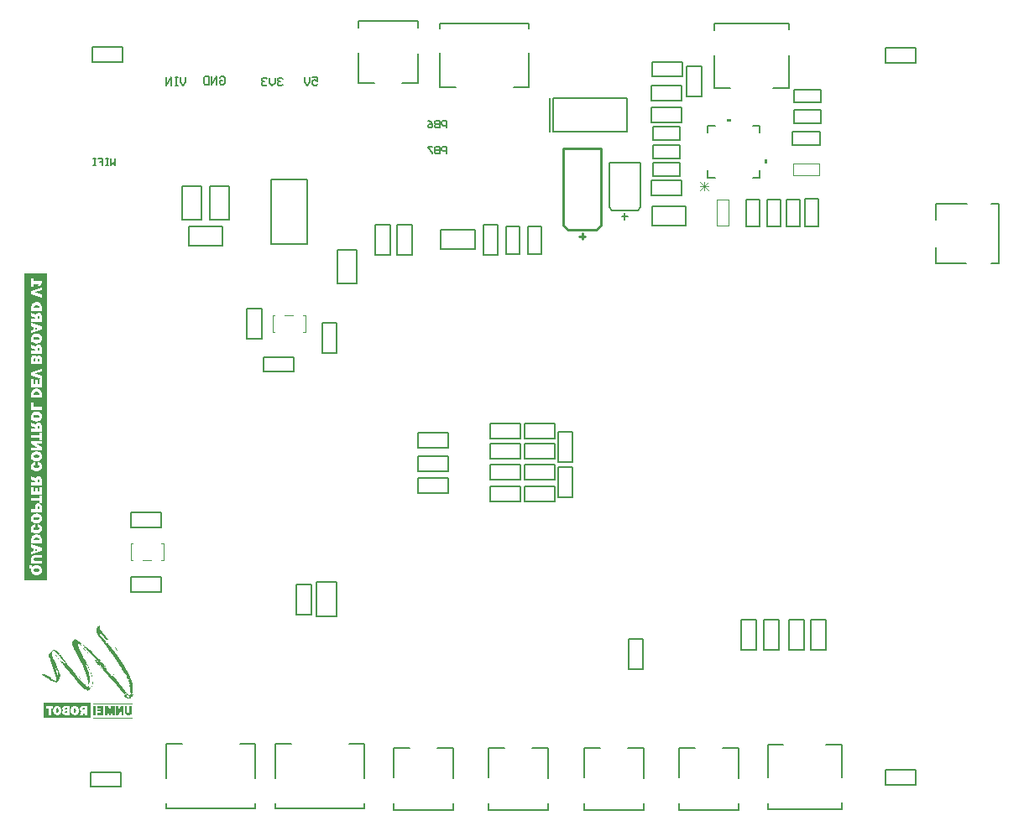
<source format=gbo>
G04*
G04 #@! TF.GenerationSoftware,Altium Limited,Altium Designer,21.2.2 (38)*
G04*
G04 Layer_Color=32896*
%FSTAX24Y24*%
%MOIN*%
G70*
G04*
G04 #@! TF.SameCoordinates,D9C69337-02A0-443D-9D67-ED1C811D3BAA*
G04*
G04*
G04 #@! TF.FilePolarity,Positive*
G04*
G01*
G75*
%ADD11C,0.0079*%
%ADD16C,0.0039*%
%ADD18C,0.0060*%
%ADD21C,0.0030*%
%ADD124C,0.0098*%
%ADD161C,0.0059*%
G36*
X038736Y037504D02*
X038586D01*
Y037604D01*
X038736D01*
Y037504D01*
D02*
G37*
G36*
X040163Y035831D02*
X040063D01*
Y035981D01*
X040163D01*
Y035831D01*
D02*
G37*
G36*
X013675Y017449D02*
X013681Y017443D01*
X013686Y017425D01*
X013688Y017364D01*
X013668Y017352D01*
X013672Y01733D01*
X013686Y017321D01*
X013713Y017271D01*
X013727Y017258D01*
X013731Y017249D01*
X013749Y017231D01*
X013763Y017208D01*
X013772Y017199D01*
X013776Y01719D01*
X01379Y017177D01*
X013803Y017154D01*
X013817Y017145D01*
X013821Y017136D01*
X013839Y017118D01*
X013844Y017109D01*
X013857Y017095D01*
X013862Y017086D01*
X013875Y017077D01*
X013889Y017055D01*
X013898Y017046D01*
X013902Y017037D01*
X013909Y017025D01*
X013918Y017021D01*
X013943Y016996D01*
X013957Y016974D01*
X013966Y016964D01*
X013979Y016942D01*
X013997Y01691D01*
X014006Y016901D01*
X014002Y016883D01*
X013995Y016881D01*
X013981Y016886D01*
X013968Y016872D01*
X013945Y016877D01*
X013911Y01691D01*
X013898Y016933D01*
X013889Y016942D01*
X013884Y016951D01*
X013844Y016992D01*
X01383Y017014D01*
X013821Y017023D01*
X013808Y017046D01*
X013799Y01705D01*
X013794Y017059D01*
X013776Y017077D01*
X013772Y017086D01*
X013765Y017093D01*
X013758Y017095D01*
X013754Y017104D01*
X013736Y017122D01*
X013731Y017131D01*
X013724Y017143D01*
X013717Y017145D01*
X013713Y017154D01*
X013693Y017174D01*
X013675Y017179D01*
X013663Y017168D01*
X013668Y017131D01*
X013681Y017118D01*
X01369Y017095D01*
X013727Y017059D01*
X01374Y017037D01*
X013794Y016983D01*
X013808Y01696D01*
X013839Y016928D01*
X013844Y016919D01*
X01388Y016883D01*
X013887Y016858D01*
X013898Y016852D01*
X013905Y016822D01*
X013921Y016807D01*
X013927Y016777D01*
X013943Y016761D01*
X013948Y016748D01*
X013954Y016741D01*
X013977Y016746D01*
X013986Y016759D01*
X013999Y016746D01*
X014006Y016743D01*
X01402Y016721D01*
X014029Y016716D01*
X014042Y016694D01*
X014051Y016685D01*
X014056Y016676D01*
X014069Y016667D01*
X014083Y016644D01*
X014114Y016613D01*
X014126Y016592D01*
X014135Y016588D01*
X014142Y016581D01*
X01416Y016549D01*
X01418Y016525D01*
X014191Y016509D01*
X014205Y016495D01*
X014218Y016473D01*
X014227Y016464D01*
X014232Y01645D01*
X014245Y016437D01*
X01425Y016428D01*
X014268Y01641D01*
X014281Y016387D01*
X01429Y016378D01*
X014304Y016356D01*
X014313Y016346D01*
X014317Y016337D01*
X014336Y016319D01*
X014349Y016297D01*
X014358Y016288D01*
X014365Y016272D01*
X014372Y01627D01*
X014376Y016261D01*
X014387Y016245D01*
X014394Y016243D01*
X014408Y01622D01*
X014417Y016211D01*
X01443Y016189D01*
X014439Y01618D01*
X014457Y016148D01*
X01448Y016116D01*
X0145Y016092D01*
X014507Y016085D01*
X014511Y016067D01*
X014543Y016026D01*
X014552Y016017D01*
X014557Y015995D01*
X01457Y015981D01*
X014579Y015959D01*
X014593Y015945D01*
X014597Y015927D01*
X014604Y01592D01*
X014613Y015916D01*
X014624Y015886D01*
X014633Y015877D01*
X014642Y015855D01*
X014656Y015841D01*
X014665Y015819D01*
X014678Y015805D01*
X014683Y015787D01*
X014687Y015778D01*
X014701Y015765D01*
X014705Y015742D01*
X014723Y015715D01*
X014737Y015692D01*
X014746Y015683D01*
X014751Y015661D01*
X014764Y015647D01*
X014771Y015622D01*
X014782Y015607D01*
X014791Y015584D01*
X014793Y015577D01*
X014802Y015573D01*
X014809Y015566D01*
X014814Y015548D01*
X014818Y015539D01*
X014832Y015525D01*
X014836Y015498D01*
X014854Y01548D01*
X014859Y015458D01*
X014868Y015449D01*
X014877Y015426D01*
X014881Y015413D01*
X014895Y015399D01*
X014899Y015368D01*
X014917Y015327D01*
X014922Y015309D01*
X014936Y015277D01*
X014945Y015241D01*
X014958Y01521D01*
X014963Y015192D01*
X014967Y015128D01*
X014976Y015106D01*
X014981Y01507D01*
X014985Y015056D01*
X01499Y014916D01*
X014985Y014885D01*
X014981Y014831D01*
X014967Y014799D01*
X014963Y014781D01*
X014958Y014722D01*
X014954Y014718D01*
X01496Y014711D01*
X014983Y014725D01*
X015001Y014743D01*
X015008Y014722D01*
X014994Y0147D01*
X014985Y014691D01*
X014981Y014668D01*
X014967Y014655D01*
X014963Y014646D01*
X014936Y014632D01*
X014926Y014623D01*
X014922Y014592D01*
X014917Y014583D01*
X014879Y014544D01*
X014861Y014549D01*
X014852Y014558D01*
X014829Y014571D01*
X014818Y014583D01*
X014823Y014596D01*
X014829Y014603D01*
X014836Y014605D01*
X014845Y014628D01*
X014841Y01465D01*
X01482Y014671D01*
X014811Y014675D01*
X014784Y014702D01*
X014762Y014716D01*
X014735Y014743D01*
X014712Y014752D01*
X014681Y014765D01*
X014674Y014763D01*
X014678Y01475D01*
X014699Y014725D01*
X014712Y014707D01*
X014719Y014704D01*
X014733Y014682D01*
X014746Y014668D01*
X01476Y014646D01*
X014769Y014637D01*
X014787Y014596D01*
X014782Y014569D01*
X014775Y014562D01*
X014733Y014578D01*
X014717Y014589D01*
X014708Y014598D01*
X014687Y01461D01*
X014674Y014632D01*
X01466Y014646D01*
X014656Y014655D01*
X014642Y014668D01*
X014645Y014684D01*
X014654Y01468D01*
X014683Y01465D01*
X014687Y014641D01*
X014705Y014623D01*
X01471Y014614D01*
X01473Y014607D01*
X014739Y014612D01*
X014742Y014628D01*
X014726Y014648D01*
X014717Y014653D01*
X01471Y014668D01*
X014692Y014686D01*
X014687Y014695D01*
X014669Y014713D01*
X014656Y014736D01*
X014647Y014745D01*
X014645Y014752D01*
X014636Y014756D01*
X014624Y014768D01*
X01462Y014781D01*
X014584Y014817D01*
X014579Y014826D01*
X014539Y014867D01*
X014525Y014889D01*
X014493Y014921D01*
X01448Y014944D01*
X014453Y014971D01*
X014448Y01498D01*
X014385Y015043D01*
X014372Y015065D01*
X014345Y015092D01*
X014331Y015115D01*
X014254Y015192D01*
X01425Y015201D01*
X014232Y015219D01*
X014225Y015234D01*
X014218Y015237D01*
X014214Y015246D01*
X014169Y015291D01*
X014164Y0153D01*
X014157Y015311D01*
X014148Y015316D01*
X01411Y015354D01*
X014105Y015363D01*
X014094Y015379D01*
X014085Y015383D01*
X014078Y01539D01*
X014074Y015399D01*
X01406Y015408D01*
X014056Y015417D01*
X014049Y015424D01*
X014042Y015426D01*
X014029Y015449D01*
X01402Y015458D01*
X014015Y015467D01*
X013999Y015478D01*
X01399Y015492D01*
X013981Y015496D01*
X013966Y015521D01*
X013934Y015553D01*
X013923Y015573D01*
X013914Y015577D01*
X013907Y015584D01*
X013902Y015593D01*
X013887Y015604D01*
X013866Y015625D01*
X013862Y015634D01*
X013839Y015656D01*
X013835Y015665D01*
X013799Y015701D01*
X013796Y015708D01*
X013787Y015713D01*
X013781Y015719D01*
X013767Y015742D01*
X013754Y015751D01*
X013749Y01576D01*
X013742Y015767D01*
X013733Y015771D01*
X013724Y015785D01*
X013715Y015789D01*
X013702Y015812D01*
X013693Y015816D01*
X013681Y015832D01*
X013675Y015839D01*
X013668Y015841D01*
X013663Y01585D01*
X01365Y015864D01*
X013645Y015873D01*
X013625Y015898D01*
X013587Y015936D01*
X013573Y015959D01*
X013519Y016013D01*
X013501Y016044D01*
X013492Y016067D01*
X013487Y016076D01*
X013474Y016098D01*
X013469Y016107D01*
X013456Y016121D01*
X013451Y01613D01*
X01344Y016141D01*
X013433Y016143D01*
X013429Y016152D01*
X013406Y016175D01*
X013404Y016182D01*
X013395Y016186D01*
X013384Y016198D01*
X013379Y016207D01*
X013215Y016371D01*
X013192Y016385D01*
X013167Y016405D01*
X013133Y016439D01*
X013124Y016443D01*
X013115Y016452D01*
X013106Y016457D01*
X013095Y016468D01*
X013093Y016475D01*
X013084Y01648D01*
X013072Y016491D01*
X013068Y0165D01*
X013043Y016516D01*
X013016Y016543D01*
X013007Y016547D01*
X012996Y016559D01*
X012991Y016568D01*
X012982Y016577D01*
X012993Y016579D01*
X013002Y01657D01*
X013025Y016556D01*
X013034Y016547D01*
X013043Y016543D01*
X013079Y016507D01*
X013099Y016495D01*
X013104Y016486D01*
X013111Y01648D01*
X01312Y016475D01*
X013147Y016448D01*
X013156Y016443D01*
X013167Y016432D01*
X013172Y016423D01*
X013178Y016416D01*
X013187Y016412D01*
X013228Y01638D01*
X013233Y016371D01*
X013242Y016367D01*
X013278Y016331D01*
X013287Y016326D01*
X013411Y016202D01*
X013415Y016193D01*
X01351Y016098D01*
X013514Y016089D01*
X01353Y016078D01*
X013539Y016065D01*
X013548Y01606D01*
X013578Y016031D01*
X013582Y016022D01*
X0136Y016013D01*
X013605Y016004D01*
X013611Y015997D01*
X013618Y015999D01*
X013614Y016017D01*
X013596Y016049D01*
X013582Y016058D01*
X013578Y016067D01*
X01356Y016085D01*
X013555Y016094D01*
X013542Y016103D01*
X013537Y016116D01*
X013456Y016198D01*
X013451Y016207D01*
X013438Y01622D01*
X013433Y016229D01*
X013418Y01624D01*
X013408Y016254D01*
X013399Y016259D01*
X013381Y016286D01*
X013354Y016313D01*
X013345Y016317D01*
X01333Y016328D01*
X013325Y016337D01*
X013318Y016344D01*
X013309Y016349D01*
X0133Y016362D01*
X013291Y016367D01*
X013284Y016374D01*
X01328Y016383D01*
X013264Y016394D01*
X013255Y016403D01*
X013246Y016407D01*
X013215Y016439D01*
X013194Y01645D01*
X01319Y016459D01*
X013183Y016466D01*
X013174Y016471D01*
X013167Y016477D01*
X013165Y016484D01*
X013156Y016489D01*
X013145Y0165D01*
X01314Y016513D01*
X013158Y016518D01*
X013154Y016527D01*
X013142Y016547D01*
X013133Y016552D01*
X013111Y016579D01*
X013075Y016615D01*
X013066Y016619D01*
X013043Y016642D01*
X013034Y016646D01*
X013002Y016678D01*
X012993Y016683D01*
X012966Y01671D01*
X012957Y016714D01*
X012946Y01673D01*
X01291Y016757D01*
X012908Y016764D01*
X012899Y016768D01*
X012887Y01678D01*
X012885Y016786D01*
X012863Y0168D01*
X012849Y016813D01*
X01284Y016818D01*
X012833Y016825D01*
X012831Y016831D01*
X012809Y01684D01*
X012786Y016836D01*
X012784Y016834D01*
X012797Y016811D01*
X012815Y016802D01*
X01282Y016793D01*
X012831Y016782D01*
X01284Y016777D01*
X012881Y016737D01*
X01289Y016732D01*
X012917Y016705D01*
X012926Y016701D01*
X012935Y016692D01*
X012944Y016687D01*
X012975Y016655D01*
X012984Y016651D01*
X013002Y016633D01*
X013011Y016628D01*
X013023Y016613D01*
X013039Y016601D01*
X013048Y016592D01*
X013063Y016586D01*
X013068Y016577D01*
X013081Y016563D01*
X013079Y016556D01*
X01307Y016561D01*
X013061Y01657D01*
X013041Y016581D01*
X013036Y01659D01*
X013018Y016599D01*
X013014Y016608D01*
X012987Y016626D01*
X012975Y016637D01*
X012966Y016642D01*
X012948Y01666D01*
X012926Y016674D01*
X012917Y016683D01*
X012908Y016687D01*
X01289Y016705D01*
X012863Y016714D01*
X012845Y016705D01*
X012813Y016719D01*
X012804Y016714D01*
X012797Y016707D01*
X012802Y016676D01*
X01282Y016658D01*
X012833Y016626D01*
X01286Y016568D01*
X012869Y016531D01*
X012883Y0165D01*
X012946Y016369D01*
X01296Y016346D01*
X012969Y016337D01*
X012973Y01631D01*
X012991Y016292D01*
X012996Y016256D01*
X013014Y016216D01*
X013027Y016193D01*
X013036Y016171D01*
X01305Y016148D01*
X013072Y016116D01*
X01309Y016085D01*
X013099Y016076D01*
X013104Y016053D01*
X013127Y016022D01*
X013131Y016013D01*
X01314Y016004D01*
X013151Y015974D01*
X013158Y015968D01*
X013176Y015936D01*
X013203Y015886D01*
X013208Y015873D01*
X013203Y015859D01*
X013196Y015857D01*
X01319Y015864D01*
X013185Y015873D01*
X013176Y015882D01*
X013172Y0159D01*
X013158Y015922D01*
X013136Y015963D01*
X013118Y01599D01*
X013113Y015999D01*
X013106Y016006D01*
X013084Y016001D01*
X013081Y01599D01*
X013095Y015968D01*
X013099Y015949D01*
X013104Y015936D01*
X013113Y015927D01*
X013122Y015904D01*
X013127Y015877D01*
X013136Y015868D01*
X013145Y015837D01*
X013154Y015814D01*
X013165Y015785D01*
X013169Y015762D01*
X013181Y015746D01*
X013185Y015733D01*
X01319Y015715D01*
X013194Y015701D01*
X013203Y015692D01*
X013208Y015674D01*
X013212Y015652D01*
X01323Y015611D01*
X013237Y015582D01*
X013246Y015559D01*
X013253Y015534D01*
X013257Y015494D01*
X013271Y015462D01*
X01328Y015399D01*
X013284Y015377D01*
X013289Y015363D01*
X013293Y015291D01*
X013289Y015259D01*
X01328Y01525D01*
X013266Y015219D01*
X013262Y015183D01*
X013257Y015169D01*
X013253Y015101D01*
X013257Y015088D01*
X013253Y015074D01*
X013248Y015025D01*
X013235Y014993D01*
X013239Y014948D01*
X013255Y014946D01*
X013269Y014959D01*
X013291Y014973D01*
X013305Y014986D01*
X013314Y014991D01*
X013321Y014998D01*
X01333Y01502D01*
X013343Y015034D01*
X013354Y015054D01*
X013363Y015059D01*
X013377Y015063D01*
X013379Y015052D01*
X013357Y01502D01*
X013352Y015011D01*
X013339Y014998D01*
X013334Y014989D01*
X013321Y014975D01*
X013307Y014953D01*
X013298Y014948D01*
X013293Y014939D01*
X013287Y014932D01*
X013278Y014928D01*
X013271Y014921D01*
X013266Y014912D01*
X013242Y014896D01*
X013224Y014878D01*
X013178Y01486D01*
X013172Y014867D01*
X013176Y014885D01*
X013181Y014898D01*
X01316Y014905D01*
X013131Y014916D01*
X013124Y014923D01*
X013095Y014934D01*
X013057Y014959D01*
X013048Y014968D01*
X013016Y014986D01*
X012991Y015007D01*
X01298Y015018D01*
X012971Y015022D01*
X012869Y015124D01*
X012865Y015133D01*
X012829Y015169D01*
X012815Y015192D01*
X012784Y015223D01*
X01277Y015246D01*
X012761Y015255D01*
X012757Y015264D01*
X012739Y015282D01*
X012725Y015304D01*
X012698Y015331D01*
X012684Y015354D01*
X012675Y015363D01*
X012671Y015372D01*
X01263Y015413D01*
X012617Y015435D01*
X012608Y015444D01*
X012601Y01546D01*
X012594Y015462D01*
X01259Y015471D01*
X012578Y015487D01*
X012569Y015492D01*
X012563Y015498D01*
X012558Y015507D01*
X012549Y015512D01*
X012536Y015534D01*
X012527Y015543D01*
X012513Y015566D01*
X012481Y015598D01*
X01247Y015618D01*
X012461Y015622D01*
X012441Y015643D01*
X012427Y015665D01*
X012396Y015697D01*
X012382Y015719D01*
X012351Y015751D01*
X012346Y01576D01*
X012328Y015778D01*
X012315Y015801D01*
X012287Y015828D01*
X012274Y01585D01*
X012265Y015859D01*
X01226Y015868D01*
X012242Y015886D01*
X012229Y015909D01*
X01222Y015918D01*
X012206Y01594D01*
X012197Y015949D01*
X012193Y015959D01*
X012157Y015995D01*
X012143Y016017D01*
X012134Y016026D01*
X012127Y016042D01*
X012121Y016044D01*
X012116Y016053D01*
X012096Y016078D01*
X012066Y016107D01*
X012062Y016116D01*
X012026Y016152D01*
X012012Y016175D01*
X011958Y016229D01*
X011954Y016238D01*
X011942Y016249D01*
X011936Y016252D01*
X011931Y016261D01*
X011924Y016268D01*
X011915Y016272D01*
X011879Y016308D01*
X01187Y016313D01*
X011861Y016331D01*
X011852Y016335D01*
X011845Y016342D01*
X011848Y016349D01*
X011857Y016344D01*
X01187Y016331D01*
X011893Y016317D01*
X011924Y016286D01*
X011931Y016283D01*
X011936Y016274D01*
X011942Y016268D01*
X011951Y016263D01*
X011969Y01624D01*
X011978Y016236D01*
X012017Y016198D01*
X012021Y016189D01*
X012175Y016035D01*
X012177Y016028D01*
X012199Y016015D01*
X012211Y016004D01*
X012215Y015995D01*
X012231Y015979D01*
X01224Y015974D01*
X012296Y015918D01*
X012301Y015909D01*
X012342Y015868D01*
X012346Y015859D01*
X012353Y015853D01*
X01236Y01585D01*
X012364Y015841D01*
X012407Y015785D01*
X012427Y015765D01*
X012432Y015756D01*
X01245Y015737D01*
X012463Y015715D01*
X012472Y015706D01*
X012475Y015699D01*
X012484Y015695D01*
X012506Y015681D01*
X012518Y015683D01*
X01252Y015695D01*
X012504Y015724D01*
X012499Y015733D01*
X012481Y015751D01*
X012477Y015769D01*
X012459Y015787D01*
X012445Y01581D01*
X012434Y015821D01*
X012425Y015825D01*
X012414Y015841D01*
X0124Y01585D01*
X012389Y015871D01*
X012382Y015873D01*
X012378Y015882D01*
X012369Y015891D01*
X012366Y015898D01*
X012357Y015902D01*
X012351Y015909D01*
X012346Y015918D01*
X01233Y015929D01*
X012315Y015954D01*
X012303Y015974D01*
X012294Y015979D01*
X012287Y015986D01*
X012283Y015995D01*
X012269Y016004D01*
X012265Y016013D01*
X012254Y016028D01*
X012245Y016033D01*
X012238Y01604D01*
X012233Y016049D01*
X012224Y016053D01*
X012211Y016076D01*
X012202Y016085D01*
X012188Y016107D01*
X012157Y016139D01*
X01215Y016155D01*
X012141Y016159D01*
X012134Y016166D01*
X012121Y016189D01*
X012112Y016198D01*
X012109Y016204D01*
X0121Y016209D01*
X012093Y016216D01*
X01208Y016238D01*
X012071Y016247D01*
X012066Y016256D01*
X012026Y016297D01*
X012021Y016306D01*
X01201Y016317D01*
X012003Y016319D01*
X01199Y016342D01*
X011978Y016353D01*
X011956Y016367D01*
X011942Y01638D01*
X011933Y016385D01*
X011897Y016421D01*
X011868Y016437D01*
X011863Y016446D01*
X011852Y016457D01*
X011805Y016477D01*
X011809Y016495D01*
X011816Y016502D01*
X011897Y016498D01*
X011947Y016471D01*
X011978Y016452D01*
X012033Y016398D01*
X012039Y016396D01*
X012044Y016387D01*
X012051Y01638D01*
X01206Y016376D01*
X012066Y016369D01*
X012071Y01636D01*
X012087Y016349D01*
X012096Y016335D01*
X012103Y016333D01*
X012116Y01631D01*
X01213Y016301D01*
X012134Y016292D01*
X012141Y016286D01*
X01215Y016281D01*
X012152Y01627D01*
X012136Y016268D01*
X012123Y01629D01*
X012114Y016295D01*
X012107Y016301D01*
X012103Y01631D01*
X012087Y016322D01*
X012082Y016331D01*
X012073Y016335D01*
X012066Y016342D01*
X012062Y016351D01*
X012055Y016358D01*
X012046Y016362D01*
X012033Y016376D01*
X01201Y016385D01*
X012003Y016383D01*
X012008Y016369D01*
X012024Y016349D01*
X01203Y016346D01*
X012042Y016326D01*
X012051Y016322D01*
X012057Y016315D01*
X012069Y016295D01*
X012075Y016292D01*
X012078Y016286D01*
X0121Y016272D01*
X012109Y016259D01*
X012152Y016238D01*
X012157Y016229D01*
X012204Y016182D01*
X012227Y016168D01*
X012324Y016071D01*
X012328Y016058D01*
X012306Y016049D01*
X012296Y016031D01*
X012328Y01599D01*
X012342Y015977D01*
X012355Y015954D01*
X012364Y015945D01*
X012366Y015938D01*
X012375Y015934D01*
X012382Y015927D01*
X012396Y015904D01*
X012495Y015805D01*
X012499Y015796D01*
X012536Y01576D01*
X012549Y015737D01*
X012558Y015728D01*
X012572Y015706D01*
X012581Y015697D01*
X012585Y015688D01*
X012596Y015677D01*
X012603Y015674D01*
X012617Y015652D01*
X012626Y015643D01*
X01263Y015634D01*
X012639Y015629D01*
X012644Y01562D01*
X012657Y015598D01*
X012671Y015589D01*
X01268Y015566D01*
X012693Y015553D01*
X012698Y015543D01*
X012709Y015541D01*
X012723Y015546D01*
X012725Y015539D01*
X012712Y01553D01*
X012716Y015512D01*
X012734Y015503D01*
X012739Y015485D01*
X012752Y015471D01*
X012757Y015462D01*
X01277Y015453D01*
X012786Y015424D01*
X012795Y015419D01*
X012806Y015404D01*
X01282Y01539D01*
X012824Y015377D01*
X012838Y015363D01*
X01284Y015356D01*
X012849Y015352D01*
X01286Y01534D01*
X012865Y015331D01*
X012881Y01532D01*
X012887Y015304D01*
X012905Y015286D01*
X012908Y015284D01*
X012928Y015264D01*
X012933Y015255D01*
X012969Y015219D01*
X012973Y01521D01*
X01298Y015203D01*
X012989Y015198D01*
X013005Y015174D01*
X013048Y015131D01*
X01307Y015122D01*
X013093Y015117D01*
X013099Y01511D01*
X013104Y015101D01*
X013115Y01509D01*
X013122Y015088D01*
X013136Y015065D01*
X013167Y015034D01*
X013169Y015027D01*
X013178Y015022D01*
X013201Y015013D01*
X01321Y015018D01*
X013217Y015025D01*
X013226Y015056D01*
X013235Y015079D01*
X01323Y015137D01*
X013226Y015169D01*
X013217Y015192D01*
X01321Y015262D01*
X013201Y015284D01*
X013194Y015309D01*
X01319Y01535D01*
X013172Y01539D01*
X013163Y015426D01*
X013154Y015449D01*
X013149Y01548D01*
X013145Y015498D01*
X013136Y015507D01*
X013127Y015543D01*
X013122Y015571D01*
X013108Y015602D01*
X013104Y01562D01*
X01309Y015643D01*
X013086Y015656D01*
X013081Y015683D01*
X013068Y015697D01*
X013061Y015731D01*
X01305Y015746D01*
X013041Y015769D01*
X013036Y015792D01*
X013027Y015801D01*
X013016Y01583D01*
X013Y015859D01*
X012933Y015999D01*
X012928Y016008D01*
X012919Y016017D01*
X012908Y016046D01*
X012892Y016076D01*
X012824Y016216D01*
X01282Y016225D01*
X012811Y016234D01*
X012799Y016263D01*
X012784Y016292D01*
X012777Y016308D01*
X012768Y016313D01*
X012761Y016319D01*
X012757Y016342D01*
X012743Y016356D01*
X012739Y016374D01*
X012725Y016396D01*
X012716Y016419D01*
X012709Y016434D01*
X012702Y016437D01*
X012689Y016473D01*
X01268Y016482D01*
X012675Y0165D01*
X012662Y016522D01*
X012653Y016545D01*
X012639Y016568D01*
X01263Y01659D01*
X012617Y016613D01*
X012608Y016635D01*
X012601Y016651D01*
X012594Y016653D01*
X012578Y016696D01*
X012572Y016716D01*
X012576Y016725D01*
X012572Y016739D01*
X012567Y016757D01*
X012572Y016775D01*
X012585Y016789D01*
X012592Y016813D01*
X012603Y016825D01*
X012617Y016847D01*
X012653Y016883D01*
X012657Y016892D01*
X012671Y016906D01*
X012684Y016928D01*
X012696Y016931D01*
X012709Y016926D01*
X01275Y016904D01*
X012779Y016883D01*
X012784Y016874D01*
X012806Y016861D01*
X012811Y016852D01*
X012827Y016845D01*
X01284Y016831D01*
X012863Y016822D01*
X012867Y016813D01*
X012876Y016809D01*
X012901Y016789D01*
X012917Y016777D01*
X012946Y016757D01*
X012951Y016748D01*
X012957Y016741D01*
X012966Y016737D01*
X013025Y016678D01*
X013034Y016674D01*
X013043Y016665D01*
X013052Y01666D01*
X013063Y016649D01*
X013066Y016642D01*
X013075Y016637D01*
X013106Y016615D01*
X013115Y01661D01*
X01314Y01659D01*
X013165Y016574D01*
X013196Y016556D01*
X013205Y016547D01*
X013228Y016534D01*
X013237Y016525D01*
X013253Y016518D01*
X013257Y016509D01*
X013264Y016502D01*
X013287Y016489D01*
X013296Y01648D01*
X013305Y016475D01*
X013368Y016412D01*
X013375Y01641D01*
X013377Y016398D01*
X013375Y016383D01*
X013384Y016374D01*
X013395Y016353D01*
X013404Y016349D01*
X013467Y016286D01*
X013487Y016274D01*
X013492Y016265D01*
X013499Y016259D01*
X013508Y016254D01*
X013519Y016238D01*
X013555Y016216D01*
X01356Y016207D01*
X013566Y0162D01*
X013587Y016189D01*
X013589Y016182D01*
X013611Y016168D01*
X013643Y016137D01*
X013666Y016123D01*
X013697Y016092D01*
X013706Y016087D01*
X013715Y016074D01*
X013724Y016069D01*
X013731Y016062D01*
X013727Y016053D01*
X013715Y016051D01*
X013693Y01606D01*
X01369Y016053D01*
X013711Y016024D01*
X01372Y016019D01*
X013738Y016001D01*
X013751Y015997D01*
X013776Y015972D01*
X013778Y015965D01*
X013787Y015961D01*
X013799Y015949D01*
X013801Y015943D01*
X01381Y015938D01*
X013839Y015909D01*
X013842Y015902D01*
X013851Y015898D01*
X01388Y015868D01*
X013884Y015859D01*
X013891Y015853D01*
X0139Y015848D01*
X013911Y015832D01*
X013925Y015823D01*
X013939Y015801D01*
X013943Y015787D01*
X013941Y015785D01*
X013923Y015803D01*
X013914Y015807D01*
X013902Y015819D01*
X0139Y015825D01*
X013891Y01583D01*
X013884Y015837D01*
X01388Y015846D01*
X013873Y015853D01*
X013851Y015866D01*
X013839Y015877D01*
X013837Y015884D01*
X013824Y015889D01*
X013817Y015882D01*
X013821Y015859D01*
X013837Y015848D01*
X013857Y015828D01*
X013862Y015819D01*
X01388Y015801D01*
X013884Y015792D01*
X0139Y01578D01*
X013909Y015767D01*
X013918Y015762D01*
X013925Y015756D01*
X01393Y015746D01*
X013943Y015737D01*
X013954Y015717D01*
X013961Y015715D01*
X013968Y015699D01*
X013977Y015695D01*
X013984Y015688D01*
X013968Y015686D01*
X013959Y015695D01*
X013952Y015688D01*
X01397Y015656D01*
X013984Y015647D01*
X013999Y015618D01*
X014008Y015613D01*
X014029Y015593D01*
X014033Y015584D01*
X014051Y015566D01*
X014065Y015543D01*
X014096Y015512D01*
X01411Y015489D01*
X014137Y015462D01*
X014142Y015453D01*
X01416Y015435D01*
X014164Y015426D01*
X014171Y015419D01*
X01418Y015415D01*
X014196Y01539D01*
X014207Y015379D01*
X014225Y015374D01*
X014239Y01537D01*
X014241Y015372D01*
X014218Y015413D01*
X014209Y015422D01*
X014205Y015431D01*
X014191Y015444D01*
X014189Y015465D01*
X014209Y015453D01*
X014214Y015444D01*
X014254Y015404D01*
X014259Y015395D01*
X014272Y015381D01*
X014275Y015374D01*
X014284Y01537D01*
X01429Y015363D01*
X014304Y01534D01*
X014331Y015313D01*
X014336Y015304D01*
X014342Y015293D01*
X014351Y015289D01*
X014367Y015264D01*
X014399Y015232D01*
X014412Y01521D01*
X014439Y015183D01*
X014444Y015174D01*
X014462Y015156D01*
X014475Y015133D01*
X014507Y015101D01*
X01452Y015079D01*
X01453Y01507D01*
X014534Y015061D01*
X014552Y015043D01*
X014566Y01502D01*
X014593Y014993D01*
X014606Y014971D01*
X014615Y014962D01*
X01462Y014953D01*
X014638Y014934D01*
X014651Y014912D01*
X014669Y01488D01*
X014678Y014876D01*
X014692Y014853D01*
X014712Y014815D01*
X014721Y01481D01*
X014737Y014786D01*
X014746Y014777D01*
X014751Y014763D01*
X014769Y014745D01*
X014773Y014736D01*
X014802Y014707D01*
X014811Y014702D01*
X014825Y014689D01*
X014848Y01468D01*
X014866Y014684D01*
X014877Y014695D01*
X014886Y014727D01*
X014899Y014759D01*
X014895Y014862D01*
X01489Y014876D01*
X014884Y014946D01*
X014879Y014968D01*
X014875Y015004D01*
X014863Y015016D01*
X014854Y01507D01*
X014845Y015092D01*
X014843Y015126D01*
X014854Y015137D01*
X014859Y015156D01*
X014852Y015162D01*
X014843Y015167D01*
X014836Y015174D01*
X014832Y01521D01*
X014823Y015219D01*
X014818Y015237D01*
X014805Y015259D01*
X014796Y015282D01*
X014782Y015304D01*
X014773Y015313D01*
X014766Y015338D01*
X01476Y015345D01*
X014751Y015368D01*
X014746Y015386D01*
X014733Y015395D01*
X014735Y015415D01*
X014746Y015404D01*
X01476Y015381D01*
X014769Y015372D01*
X014773Y015354D01*
X014787Y01534D01*
X014791Y015309D01*
X014796Y0153D01*
X014823Y015282D01*
X014829Y01528D01*
X014836Y015286D01*
X014841Y015304D01*
X014836Y015331D01*
X014827Y01534D01*
X014809Y015372D01*
X0148Y015381D01*
X014796Y015399D01*
X014778Y015417D01*
X014773Y015435D01*
X014755Y015453D01*
X014742Y015476D01*
X014733Y015485D01*
X014728Y015503D01*
X014721Y01551D01*
X014712Y015514D01*
X014705Y015521D01*
X014701Y015539D01*
X01469Y015541D01*
X014683Y015534D01*
X014678Y015521D01*
X014676Y015519D01*
X014669Y015525D01*
X014674Y015557D01*
X014656Y015562D01*
X014647Y015571D01*
X014638Y015593D01*
X014629Y015598D01*
X01462Y01562D01*
X014615Y015629D01*
X014606Y015638D01*
X014597Y015661D01*
X014584Y015674D01*
X014579Y015692D01*
X014575Y015701D01*
X014557Y015728D01*
X014552Y015737D01*
X014539Y015751D01*
X014534Y015778D01*
X014516Y015796D01*
X014484Y015855D01*
X014475Y015859D01*
X014462Y015882D01*
X014453Y015891D01*
X014446Y015916D01*
X01443Y015927D01*
X014417Y015949D01*
X014408Y015959D01*
X014403Y015981D01*
X014387Y015992D01*
X014383Y01601D01*
X014372Y016026D01*
X014363Y016035D01*
X014358Y016044D01*
X014345Y016058D01*
X014333Y016087D01*
X014317Y016103D01*
X014313Y016116D01*
X01429Y016148D01*
X014286Y016157D01*
X014279Y016164D01*
X014272Y016166D01*
X014263Y016189D01*
X014248Y016218D01*
X014239Y016222D01*
X014225Y016254D01*
X014216Y016259D01*
X014209Y016265D01*
X014205Y016292D01*
X014169Y016328D01*
X014162Y016358D01*
X014148Y016362D01*
X014133Y016365D01*
X014128Y016392D01*
X014114Y016401D01*
X01411Y01641D01*
X014099Y016421D01*
X014092Y016423D01*
X014087Y016432D01*
X01406Y016459D01*
X014047Y016482D01*
X014038Y016491D01*
X014015Y016531D01*
X014008Y016543D01*
X014002Y016545D01*
X013997Y016554D01*
X013986Y01657D01*
X013979Y016572D01*
X013966Y016595D01*
X013957Y016604D01*
X013943Y016626D01*
X013934Y016635D01*
X01393Y016653D01*
X013911Y016671D01*
X013898Y016694D01*
X013889Y016703D01*
X013884Y016712D01*
X013866Y01673D01*
X013853Y016752D01*
X013844Y016761D01*
X01383Y016784D01*
X013803Y016811D01*
X013799Y01682D01*
X013781Y016838D01*
X013767Y016861D01*
X013758Y01687D01*
X013745Y016892D01*
X013736Y016901D01*
X013731Y01691D01*
X013713Y016928D01*
X013699Y016951D01*
X01369Y01696D01*
X013684Y016976D01*
X013677Y016978D01*
X013672Y016987D01*
X013661Y017003D01*
X013654Y017005D01*
X013641Y017028D01*
X013632Y017037D01*
X013618Y017059D01*
X013609Y017068D01*
X013605Y017086D01*
X013587Y017104D01*
X01358Y017129D01*
X013571Y017134D01*
X013564Y01714D01*
X013555Y017177D01*
X013542Y017208D01*
X013537Y017253D01*
X013533Y017262D01*
X013537Y017276D01*
X013533Y017289D01*
X013537Y017303D01*
X013542Y017334D01*
X013546Y017348D01*
X01356Y017361D01*
X013573Y017384D01*
X013582Y017393D01*
X013587Y017407D01*
X013611Y017422D01*
X013621Y017431D01*
X013643Y017445D01*
X013652Y017454D01*
X013675Y017449D01*
D02*
G37*
G36*
X012964Y016599D02*
X012962Y016597D01*
X01296Y016599D01*
X012962Y016601D01*
X012964Y016599D01*
D02*
G37*
G36*
X013136Y016518D02*
X013129Y016516D01*
X013113Y016527D01*
X013111Y016529D01*
X013104Y016536D01*
X013115Y016538D01*
X013136Y016518D01*
D02*
G37*
G36*
X014297Y016588D02*
X014311Y016583D01*
X014317Y016577D01*
X014345Y016527D01*
X014358Y016513D01*
X014363Y016504D01*
X014372Y016495D01*
X014376Y016486D01*
X014381Y016473D01*
X014378Y016466D01*
X01436Y016471D01*
X014349Y016486D01*
X01434Y016495D01*
X014338Y016502D01*
X014336Y016504D01*
X014317Y016531D01*
X014313Y016545D01*
X014295Y016563D01*
X014288Y016588D01*
X014281Y016595D01*
X014284Y016601D01*
X014297Y016588D01*
D02*
G37*
G36*
X014525Y016193D02*
X014523Y016191D01*
X01452Y016193D01*
X014523Y016195D01*
X014525Y016193D01*
D02*
G37*
G36*
X014548Y016162D02*
X014545Y016159D01*
X014543Y016162D01*
X014539Y016166D01*
X014545Y016168D01*
X014548Y016162D01*
D02*
G37*
G36*
X01457Y01613D02*
Y016125D01*
X014568Y016123D01*
X014566Y01613D01*
X014568Y016132D01*
X01457Y01613D01*
D02*
G37*
G36*
X014006Y01567D02*
X014004Y015663D01*
X013995Y015668D01*
X013993Y01567D01*
X014004Y015672D01*
X014006Y01567D01*
D02*
G37*
G36*
X013235Y015805D02*
Y015801D01*
X013253Y01576D01*
X01326Y015735D01*
X013271Y015724D01*
X013284Y015688D01*
X013293Y015679D01*
X013298Y015661D01*
X013291Y015649D01*
X013282Y015654D01*
X013273Y015681D01*
X013264Y015686D01*
X013257Y015692D01*
X013253Y015719D01*
X013235Y015737D01*
X01323Y015769D01*
X013217Y015792D01*
X013221Y015814D01*
X013224Y015816D01*
X013235Y015805D01*
D02*
G37*
G36*
X014029Y015643D02*
X014022Y01564D01*
X01402Y015643D01*
X014022Y015649D01*
X014029Y015643D01*
D02*
G37*
G36*
X01277Y015498D02*
X012768Y015496D01*
X012761Y015498D01*
X012768Y015501D01*
X01277Y015498D01*
D02*
G37*
G36*
X01279Y015474D02*
X012793Y015471D01*
X012786Y015469D01*
X012784Y015476D01*
X012786Y015478D01*
X01279Y015474D01*
D02*
G37*
G36*
X014719Y015453D02*
X014723Y015435D01*
X014717Y015433D01*
X01471Y01544D01*
X014712Y015456D01*
X014717D01*
X014719Y015453D01*
D02*
G37*
G36*
X014211Y015523D02*
X01422Y015519D01*
X014232Y015507D01*
X014239Y015492D01*
X014248Y015487D01*
X014254Y01548D01*
X014259Y015471D01*
X014272Y015458D01*
X014277Y015449D01*
X014284Y015442D01*
X014293Y015437D01*
X014299Y015417D01*
X014297Y015415D01*
X014277Y015426D01*
X014275Y015433D01*
X014272Y015435D01*
X014232Y015476D01*
X014227Y015485D01*
X014205Y015507D01*
X0142Y015516D01*
X014196Y01553D01*
X014202Y015532D01*
X014211Y015523D01*
D02*
G37*
G36*
X011796Y015368D02*
X011793Y015361D01*
X011775Y015365D01*
X011773Y015368D01*
X011775Y01537D01*
X011796Y015368D01*
D02*
G37*
G36*
X013314Y015631D02*
X013321Y015625D01*
X013325Y015607D01*
X013339Y015584D01*
X013345Y015555D01*
X013357Y015548D01*
X013361Y01553D01*
Y015498D01*
X013363Y015496D01*
X01337Y015471D01*
X013375Y015372D01*
X013372Y015338D01*
X013368Y015379D01*
X013361Y015399D01*
X013366Y015408D01*
X013348Y015449D01*
X013343Y015503D01*
X013339Y015516D01*
X013334Y015534D01*
X013325Y015557D01*
X013314Y015586D01*
X013302Y015607D01*
X013298Y015625D01*
X0133Y015636D01*
X013314Y015631D01*
D02*
G37*
G36*
X012818Y015451D02*
X012829Y015435D01*
X012838Y015431D01*
X012842Y015422D01*
X012854Y01541D01*
X012863Y015406D01*
X012876Y015383D01*
X012885Y015379D01*
X012896Y015363D01*
X012912Y015352D01*
X012919Y015336D01*
X012928Y015327D01*
X012921Y015325D01*
X012912Y015334D01*
X012892Y015345D01*
X012887Y015354D01*
X012881Y015361D01*
X012876D01*
X012874Y015363D01*
X012865Y015372D01*
X012863Y015379D01*
X012854Y015383D01*
X012847Y01539D01*
X012833Y015413D01*
X012824Y015417D01*
X01282Y015426D01*
X012806Y01544D01*
X012809Y015456D01*
X012818Y015451D01*
D02*
G37*
G36*
X013379Y015304D02*
Y0153D01*
X013377Y01528D01*
X013375Y015327D01*
X013377Y015329D01*
X013379Y015304D01*
D02*
G37*
G36*
X011798Y016439D02*
X011814Y016432D01*
X011812Y016425D01*
X011782Y016414D01*
X011778Y016392D01*
X011791Y016369D01*
X011796Y016356D01*
X011787Y016346D01*
X011782Y016328D01*
X011787Y016247D01*
X011805Y016207D01*
X011809Y016198D01*
X011818Y016189D01*
X011823Y016171D01*
X011827Y016162D01*
X011845Y016134D01*
X01185Y016116D01*
X011863Y016094D01*
X011872Y016071D01*
X011881Y016062D01*
X011895Y016026D01*
X011904Y016017D01*
X011909Y015999D01*
X011913Y015977D01*
X011931Y015936D01*
X011938Y015907D01*
X011949Y015895D01*
X011954Y015877D01*
X011958Y015855D01*
X011967Y015846D01*
X011976Y015823D01*
X011994Y015783D01*
X012001Y015758D01*
X012017Y015742D01*
X012021Y015706D01*
X01203Y015697D01*
X012039Y015674D01*
X012042Y015663D01*
X012044Y015661D01*
X012048Y015643D01*
X012062Y015629D01*
X012066Y015584D01*
X01208Y015571D01*
X012087Y015546D01*
X012103Y015507D01*
X012098Y015471D01*
X012093Y015467D01*
X012098Y015453D01*
X012093Y015422D01*
X012084Y015399D01*
X01208Y015354D01*
X012062Y015327D01*
X012057Y015295D01*
X012044Y015282D01*
X012026Y01525D01*
X012006Y015225D01*
X011992Y015212D01*
X011963Y015201D01*
X011942Y015194D01*
X01192Y015207D01*
X011897Y015216D01*
X011866Y015221D01*
X011852Y015225D01*
X011834Y01523D01*
X011812Y015239D01*
X01178Y015253D01*
X011762Y015257D01*
X011748Y015271D01*
X011724Y015277D01*
X011712Y015293D01*
X011683Y015304D01*
X011672Y015316D01*
X011656Y015322D01*
X011651Y015331D01*
X011645Y015338D01*
X011622Y015352D01*
X011613Y015361D01*
X011604Y015365D01*
X011577Y015383D01*
X011568Y015388D01*
X011554Y015401D01*
X011523Y015419D01*
X0115Y015428D01*
X011491Y015433D01*
X011469Y015446D01*
X01146Y015451D01*
X011442Y015469D01*
X011401Y015492D01*
X011394Y015498D01*
X011381Y015525D01*
X011387Y015537D01*
X011406Y015541D01*
X011442Y015537D01*
X011464Y015528D01*
X011482Y015523D01*
X011491Y015519D01*
X011514Y015505D01*
X011557Y015489D01*
X011577Y015483D01*
X0116Y015469D01*
X011609Y01546D01*
X011631Y015446D01*
X011654Y015437D01*
X011663Y015433D01*
X011685Y015419D01*
X011703Y015415D01*
X011712Y015406D01*
X011721Y015401D01*
X011735Y015397D01*
X011755Y015386D01*
X011751Y015368D01*
X011746Y015354D01*
X011757Y015338D01*
X011775Y015334D01*
X011789Y015329D01*
X011807Y015311D01*
X011825Y015307D01*
X011832Y0153D01*
X011834Y015293D01*
X011852Y015289D01*
X011879Y015284D01*
X011888Y015275D01*
X01192Y015271D01*
X011942Y01528D01*
X011954Y015286D01*
X011958Y015304D01*
X011954Y015327D01*
X011945Y01535D01*
X01194Y015417D01*
X011922Y015458D01*
X011913Y015494D01*
X011895Y015539D01*
X011888Y015564D01*
X011877Y015575D01*
X011872Y015593D01*
X011868Y015629D01*
X011854Y015643D01*
X01185Y015674D01*
X011845Y015683D01*
X011836Y015692D01*
X011832Y01571D01*
X011827Y015742D01*
X011809Y015769D01*
X011805Y01581D01*
X011796Y015819D01*
X011787Y015841D01*
X011782Y015891D01*
X011764Y015931D01*
X011757Y015956D01*
X011746Y015968D01*
X011742Y015999D01*
X011737Y016008D01*
X011728Y016017D01*
X011724Y016035D01*
X011717Y01606D01*
X011706Y016089D01*
X011701Y016107D01*
X011692Y016134D01*
X011696Y016148D01*
X011678Y016166D01*
X011669Y016202D01*
X011654Y016222D01*
X01164Y016227D01*
X011633Y016234D01*
X011638Y016292D01*
X011656Y016319D01*
X01166Y016328D01*
X011674Y016342D01*
X011687Y016365D01*
X011696Y016374D01*
X01171Y016396D01*
X011764Y01645D01*
X011766Y016457D01*
X011778Y016459D01*
X011798Y016439D01*
D02*
G37*
G36*
X013397Y015219D02*
Y015165D01*
Y01516D01*
X013393Y015101D01*
X01339Y015099D01*
X013384Y015106D01*
X013393Y015137D01*
X013388Y015192D01*
X013384Y015205D01*
X013386Y015221D01*
X013397Y015219D01*
D02*
G37*
G36*
X015026Y014844D02*
Y01484D01*
X015019Y014828D01*
X015017Y014844D01*
X015023Y014851D01*
X015026Y014844D01*
D02*
G37*
G36*
X015021Y014781D02*
X015014Y014774D01*
X015008Y014781D01*
X015017Y014799D01*
Y014804D01*
X015019Y014806D01*
X015021Y014781D01*
D02*
G37*
G36*
X014263Y013903D02*
X014183D01*
Y014151D01*
X014117Y013903D01*
X014049D01*
X013985Y014151D01*
Y013903D01*
X013886D01*
Y01425D01*
X014026D01*
X014074Y014065D01*
X014124Y01425D01*
X014263D01*
Y013903D01*
D02*
G37*
G36*
X014619D02*
X014533D01*
Y014071D01*
X014534Y01408D01*
X014534Y014089D01*
X014536Y014099D01*
X014537Y014108D01*
X014539Y014115D01*
X01454Y014122D01*
X014541Y014124D01*
X014541Y014126D01*
X014542Y014127D01*
Y014128D01*
X014535Y014112D01*
X014528Y014099D01*
X014522Y014087D01*
X014517Y014076D01*
X014512Y014067D01*
X01451Y014064D01*
X014509Y014061D01*
X014507Y014059D01*
X014506Y014058D01*
X014505Y014057D01*
Y014056D01*
X01441Y013903D01*
X014323D01*
Y01425D01*
X01441D01*
Y014147D01*
X014409Y014129D01*
X014409Y014113D01*
X014408Y014097D01*
X014406Y014084D01*
X014405Y014078D01*
X014404Y014072D01*
X014404Y014067D01*
X014403Y014064D01*
X014403Y01406D01*
Y014058D01*
X014402Y014057D01*
Y014056D01*
X014407Y014067D01*
X014413Y014078D01*
X014419Y014089D01*
X014424Y0141D01*
X01443Y014109D01*
X014432Y014113D01*
X014434Y014116D01*
X014436Y014119D01*
X014437Y014121D01*
X014438Y014122D01*
X014438Y014123D01*
X014519Y01425D01*
X014619D01*
Y013903D01*
D02*
G37*
G36*
X014961Y014014D02*
X01496Y014003D01*
X014959Y013993D01*
X014957Y013983D01*
X014955Y013974D01*
X014951Y013966D01*
X014948Y013959D01*
X014945Y013952D01*
X014941Y013946D01*
X014937Y013941D01*
X014934Y013937D01*
X014931Y013933D01*
X014927Y01393D01*
X014925Y013928D01*
X014923Y013926D01*
X014922Y013925D01*
X014921Y013925D01*
X014914Y01392D01*
X014905Y013916D01*
X014897Y013912D01*
X014888Y013909D01*
X014871Y013904D01*
X014854Y013901D01*
X014846Y0139D01*
X014839Y013899D01*
X014832Y013899D01*
X014827Y013898D01*
X014822Y013898D01*
X014816D01*
X014804Y013898D01*
X014794Y013899D01*
X014784Y0139D01*
X014774Y013902D01*
X014765Y013904D01*
X014756Y013906D01*
X014749Y013909D01*
X014742Y013912D01*
X014736Y013915D01*
X01473Y013917D01*
X014726Y013919D01*
X014722Y013922D01*
X014719Y013923D01*
X014717Y013925D01*
X014715Y013925D01*
X014715Y013926D01*
X014708Y013932D01*
X014702Y013938D01*
X014697Y013945D01*
X014693Y013953D01*
X014689Y01396D01*
X014685Y013968D01*
X014683Y013976D01*
X014681Y013984D01*
X014679Y013991D01*
X014678Y013998D01*
X014677Y014004D01*
X014677Y014009D01*
X014676Y014014D01*
Y014017D01*
Y014019D01*
Y01402D01*
Y01425D01*
X01476D01*
Y014046D01*
Y014036D01*
X01476Y014027D01*
X014761Y01402D01*
Y014014D01*
X014761Y014011D01*
X014762Y014008D01*
X014762Y014006D01*
Y014006D01*
X014764Y014002D01*
X014766Y013999D01*
X014771Y013993D01*
X014773Y01399D01*
X014775Y013989D01*
X014777Y013988D01*
X014777Y013987D01*
X014782Y013984D01*
X014787Y013982D01*
X014792Y013981D01*
X014797Y01398D01*
X014802Y01398D01*
X014806Y013979D01*
X014809D01*
X014817Y01398D01*
X014824Y013981D01*
X01483Y013982D01*
X014834Y013984D01*
X014838Y013987D01*
X01484Y013988D01*
X014842Y013989D01*
X014842Y01399D01*
X014845Y013995D01*
X014848Y014D01*
X01485Y014006D01*
X014851Y014012D01*
X014852Y014018D01*
X014853Y014023D01*
Y014025D01*
Y014026D01*
Y01425D01*
X014961D01*
Y014014D01*
D02*
G37*
G36*
X013826Y013903D02*
X013565D01*
Y013986D01*
X013722D01*
Y014042D01*
X013595D01*
Y014119D01*
X013722D01*
Y01417D01*
X013565D01*
Y01425D01*
X013826D01*
Y013903D01*
D02*
G37*
G36*
X013523D02*
X013417D01*
Y01425D01*
X013523D01*
Y013903D01*
D02*
G37*
G36*
X013307Y01378D02*
X011444D01*
Y014373D01*
X013307D01*
Y01378D01*
D02*
G37*
G36*
X011575Y019262D02*
X010681D01*
Y031447D01*
X011575D01*
Y019262D01*
D02*
G37*
%LPC*%
G36*
X012705Y01684D02*
X012698Y016838D01*
X012702Y01682D01*
X012709Y016813D01*
X012723D01*
X012725Y016816D01*
X012721Y016825D01*
X012705Y01684D01*
D02*
G37*
G36*
X011987Y016407D02*
X011985Y016405D01*
X011987Y016403D01*
X01199Y016405D01*
X011987Y016407D01*
D02*
G37*
G36*
X014433Y016128D02*
X014426Y016116D01*
X014433Y016105D01*
X014437D01*
X014444Y016112D01*
X014439Y016121D01*
X014433Y016128D01*
D02*
G37*
G36*
X014478Y016065D02*
X014475Y016062D01*
X014478Y01606D01*
X01448Y016062D01*
X014478Y016065D01*
D02*
G37*
G36*
X01367Y015902D02*
X013663Y015895D01*
X013668Y015873D01*
X013693Y015839D01*
X013695Y015837D01*
X013731Y015801D01*
X013736Y015792D01*
X013751Y01578D01*
X01376Y015771D01*
X013774Y015767D01*
X013776Y015787D01*
X013763Y015801D01*
X013749Y015823D01*
X013717Y015864D01*
X013706Y01588D01*
X013697Y015884D01*
X01369Y015891D01*
X013686Y0159D01*
X01367Y015902D01*
D02*
G37*
G36*
X013787Y015762D02*
X013785Y01576D01*
X013787Y015758D01*
X01379Y01576D01*
X013787Y015762D01*
D02*
G37*
G36*
X014676Y015586D02*
X014674Y015584D01*
X014672Y015582D01*
X014669Y015571D01*
X014676Y015564D01*
X014681Y015582D01*
X014676Y015586D01*
D02*
G37*
G36*
X014261Y015347D02*
X014259Y015345D01*
X014261Y015343D01*
X014263Y015345D01*
X014261Y015347D01*
D02*
G37*
G36*
X014284Y015325D02*
X014281Y015322D01*
X014284Y01532D01*
X014286Y015322D01*
X014284Y015325D01*
D02*
G37*
G36*
X014852Y015113D02*
X01485Y01511D01*
X014857Y015104D01*
X014868Y015106D01*
Y01511D01*
X014852Y015113D01*
D02*
G37*
G36*
X011924Y015803D02*
X011918Y015796D01*
X011922Y015783D01*
X011924Y01578D01*
X011931Y015792D01*
X011927Y015801D01*
X011924Y015803D01*
D02*
G37*
G36*
X011929Y015767D02*
X011922Y015746D01*
X011927Y015728D01*
X011936Y015706D01*
X01194Y015697D01*
X011947Y01569D01*
X011954Y015688D01*
Y015683D01*
X011958Y015625D01*
X011972Y015593D01*
X011978Y015541D01*
X011985Y015525D01*
X012006Y015501D01*
X01201Y015496D01*
X012017Y015503D01*
X012021Y015521D01*
X012017Y015575D01*
X012008Y015598D01*
X012003Y015616D01*
X011999Y015638D01*
X011985Y015652D01*
X011978Y015677D01*
X011967Y015692D01*
X011958Y015701D01*
X011954Y015751D01*
X011947Y015758D01*
X011929Y015767D01*
D02*
G37*
G36*
X01201Y015487D02*
X012008Y01548D01*
X01201Y015478D01*
X012012Y015485D01*
X01201Y015487D01*
D02*
G37*
G36*
X013189Y01425D02*
X013002D01*
X012998Y014249D01*
X012994Y014249D01*
X012988Y014248D01*
X012981Y014248D01*
X012974Y014247D01*
X012959Y014243D01*
X012943Y014238D01*
X012936Y014235D01*
X012929Y014231D01*
X012921Y014226D01*
X012915Y014221D01*
X012914Y014221D01*
X012913Y01422D01*
X012912Y014219D01*
X012909Y014217D01*
X012907Y014214D01*
X012905Y01421D01*
X012901Y014206D01*
X012898Y014202D01*
X012892Y014191D01*
X012886Y014178D01*
X012885Y014171D01*
X012883Y014164D01*
X012882Y014156D01*
X012882Y014147D01*
Y014147D01*
Y014146D01*
Y014144D01*
Y014142D01*
X012882Y014137D01*
X012883Y01413D01*
X012885Y014122D01*
X012887Y014112D01*
X01289Y014103D01*
X012894Y014094D01*
X012895Y014093D01*
X012896Y01409D01*
X0129Y014086D01*
X012905Y014081D01*
X012912Y014075D01*
X01292Y014067D01*
X012925Y014064D01*
X012931Y01406D01*
X012937Y014057D01*
X012943Y014054D01*
X01288Y013903D01*
X012998D01*
X01305Y014036D01*
X013083D01*
Y013903D01*
X013189D01*
Y01425D01*
D02*
G37*
G36*
X012471D02*
X01229D01*
X012286Y014249D01*
X012282Y014249D01*
X012277Y014248D01*
X012265Y014247D01*
X012251Y014243D01*
X012238Y014238D01*
X012232Y014235D01*
X012226Y014231D01*
X01222Y014227D01*
X012215Y014222D01*
X012215Y014221D01*
X012214Y014221D01*
X012213Y014219D01*
X012212Y014217D01*
X012207Y014211D01*
X012202Y014203D01*
X012198Y014194D01*
X012194Y014184D01*
X012191Y014172D01*
X01219Y014165D01*
Y014159D01*
Y014158D01*
Y014158D01*
Y014154D01*
X01219Y014149D01*
X012191Y014143D01*
X012194Y014136D01*
X012196Y014128D01*
X0122Y01412D01*
X012205Y014112D01*
X012205Y014111D01*
X012207Y014108D01*
X012211Y014105D01*
X012215Y0141D01*
X012221Y014096D01*
X012229Y014091D01*
X012238Y014087D01*
X012248Y014083D01*
X012248D01*
X012245Y014083D01*
X012242Y014081D01*
X012238Y01408D01*
X012232Y014077D01*
X012227Y014075D01*
X012221Y014071D01*
X012214Y014067D01*
X012208Y014062D01*
X012202Y014057D01*
X012196Y01405D01*
X012191Y014042D01*
X012187Y014034D01*
X012183Y014024D01*
X012181Y014014D01*
X012181Y014002D01*
Y013999D01*
X012181Y013996D01*
Y013993D01*
X012182Y013989D01*
X012183Y01398D01*
X012187Y013969D01*
X012191Y013957D01*
X012196Y013945D01*
X0122Y013939D01*
X012205Y013933D01*
Y013933D01*
X012206Y013932D01*
X012207Y01393D01*
X012209Y013928D01*
X012213Y013926D01*
X012216Y013924D01*
X012221Y013921D01*
X012226Y013918D01*
X012232Y013915D01*
X01224Y013912D01*
X012248Y01391D01*
X012257Y013908D01*
X012268Y013906D01*
X012279Y013904D01*
X012292Y013904D01*
X012306Y013903D01*
X012471D01*
Y01425D01*
D02*
G37*
G36*
X011808D02*
X011562D01*
Y014167D01*
X011635D01*
Y013903D01*
X011736D01*
Y014167D01*
X011808D01*
Y01425D01*
D02*
G37*
G36*
X01268Y014255D02*
X012676D01*
X012672Y014255D01*
X012668D01*
X012662Y014254D01*
X012654Y014253D01*
X012646Y014251D01*
X012638Y014249D01*
X012628Y014247D01*
X012619Y014244D01*
X012609Y014239D01*
X012599Y014235D01*
X012589Y01423D01*
X01258Y014223D01*
X01257Y014216D01*
X012562Y014207D01*
X012561Y014207D01*
X012559Y014205D01*
X012557Y014202D01*
X012555Y014198D01*
X012551Y014194D01*
X012547Y014188D01*
X012543Y014181D01*
X012539Y014173D01*
X012534Y014165D01*
X01253Y014155D01*
X012526Y014144D01*
X012523Y014133D01*
X01252Y014121D01*
X012518Y014108D01*
X012516Y014094D01*
X012516Y014079D01*
Y014076D01*
X012516Y014071D01*
Y014066D01*
X012517Y014059D01*
X012518Y014051D01*
X01252Y014042D01*
X012522Y014032D01*
X012524Y014022D01*
X012527Y014011D01*
X012531Y014D01*
X012535Y013989D01*
X012541Y013978D01*
X012547Y013968D01*
X012554Y013957D01*
X012562Y013947D01*
X012563Y013947D01*
X012564Y013945D01*
X012567Y013943D01*
X01257Y01394D01*
X012575Y013936D01*
X012581Y013931D01*
X012587Y013927D01*
X012594Y013923D01*
X012602Y013918D01*
X012611Y013913D01*
X012621Y013909D01*
X012632Y013905D01*
X012643Y013902D01*
X012654Y0139D01*
X012668Y013898D01*
X012681Y013898D01*
X012684D01*
X012688Y013898D01*
X012693D01*
X012699Y013899D01*
X012706Y0139D01*
X012715Y013901D01*
X012723Y013904D01*
X012732Y013906D01*
X012742Y01391D01*
X012752Y013913D01*
X012761Y013918D01*
X012772Y013923D01*
X012781Y01393D01*
X012791Y013937D01*
X0128Y013946D01*
X0128Y013946D01*
X012802Y013948D01*
X012804Y013951D01*
X012807Y013954D01*
X01281Y013959D01*
X012814Y013965D01*
X012818Y013972D01*
X012823Y01398D01*
X012827Y013989D01*
X012831Y013999D01*
X012835Y01401D01*
X012838Y014021D01*
X012841Y014034D01*
X012843Y014047D01*
X012845Y014061D01*
X012846Y014076D01*
Y014079D01*
X012845Y014083D01*
Y014089D01*
X012844Y014095D01*
X012843Y014103D01*
X012842Y014112D01*
X01284Y014121D01*
X012838Y014131D01*
X012835Y014141D01*
X012831Y014152D01*
X012827Y014163D01*
X012822Y014174D01*
X012816Y014184D01*
X01281Y014195D01*
X012802Y014204D01*
X012801Y014205D01*
X0128Y014207D01*
X012797Y014209D01*
X012794Y014213D01*
X012789Y014217D01*
X012784Y01422D01*
X012777Y014225D01*
X01277Y01423D01*
X012761Y014235D01*
X012753Y014239D01*
X012742Y014243D01*
X012731Y014248D01*
X01272Y01425D01*
X012707Y014253D01*
X012694Y014255D01*
X01268Y014255D01*
D02*
G37*
G36*
X011986D02*
X011983D01*
X011979Y014255D01*
X011974D01*
X011968Y014254D01*
X011961Y014253D01*
X011953Y014251D01*
X011944Y014249D01*
X011935Y014247D01*
X011926Y014244D01*
X011916Y014239D01*
X011906Y014235D01*
X011896Y01423D01*
X011886Y014223D01*
X011877Y014216D01*
X011868Y014207D01*
X011868Y014207D01*
X011866Y014205D01*
X011864Y014202D01*
X011861Y014198D01*
X011857Y014194D01*
X011853Y014188D01*
X01185Y014181D01*
X011845Y014173D01*
X011841Y014165D01*
X011837Y014155D01*
X011833Y014144D01*
X011829Y014133D01*
X011827Y014121D01*
X011825Y014108D01*
X011823Y014094D01*
X011822Y014079D01*
Y014076D01*
X011823Y014071D01*
Y014066D01*
X011824Y014059D01*
X011825Y014051D01*
X011826Y014042D01*
X011828Y014032D01*
X011831Y014022D01*
X011834Y014011D01*
X011838Y014D01*
X011842Y013989D01*
X011847Y013978D01*
X011853Y013968D01*
X011861Y013957D01*
X011869Y013947D01*
X011869Y013947D01*
X011871Y013945D01*
X011874Y013943D01*
X011877Y01394D01*
X011882Y013936D01*
X011887Y013931D01*
X011893Y013927D01*
X011901Y013923D01*
X011909Y013918D01*
X011918Y013913D01*
X011928Y013909D01*
X011938Y013905D01*
X01195Y013902D01*
X011961Y0139D01*
X011974Y013898D01*
X011987Y013898D01*
X011991D01*
X011994Y013898D01*
X011999D01*
X012006Y013899D01*
X012013Y0139D01*
X012021Y013901D01*
X012029Y013904D01*
X012039Y013906D01*
X012048Y01391D01*
X012058Y013913D01*
X012068Y013918D01*
X012078Y013923D01*
X012088Y01393D01*
X012098Y013937D01*
X012106Y013946D01*
X012107Y013946D01*
X012108Y013948D01*
X012111Y013951D01*
X012113Y013954D01*
X012117Y013959D01*
X012121Y013965D01*
X012125Y013972D01*
X012129Y01398D01*
X012134Y013989D01*
X012137Y013999D01*
X012141Y01401D01*
X012145Y014021D01*
X012148Y014034D01*
X01215Y014047D01*
X012152Y014061D01*
X012152Y014076D01*
Y014079D01*
X012152Y014083D01*
Y014089D01*
X012151Y014095D01*
X01215Y014103D01*
X012148Y014112D01*
X012147Y014121D01*
X012144Y014131D01*
X012141Y014141D01*
X012138Y014152D01*
X012134Y014163D01*
X012129Y014174D01*
X012123Y014184D01*
X012116Y014195D01*
X012108Y014204D01*
X012108Y014205D01*
X012106Y014207D01*
X012104Y014209D01*
X0121Y014213D01*
X012096Y014217D01*
X01209Y01422D01*
X012084Y014225D01*
X012077Y01423D01*
X012068Y014235D01*
X012059Y014239D01*
X012049Y014243D01*
X012038Y014248D01*
X012027Y01425D01*
X012014Y014253D01*
X012Y014255D01*
X011986Y014255D01*
D02*
G37*
%LPD*%
G36*
X013083Y014109D02*
X013034D01*
X01303Y01411D01*
X013026Y014111D01*
X01302Y014112D01*
X013015Y014113D01*
X01301Y014115D01*
X013005Y014118D01*
X013004Y014118D01*
X013003Y014119D01*
X013001Y014121D01*
X012998Y014124D01*
X012996Y014128D01*
X012995Y014131D01*
X012993Y014136D01*
X012992Y014142D01*
Y014143D01*
Y014144D01*
Y014146D01*
X012993Y014148D01*
X012995Y014153D01*
X012997Y014159D01*
X013Y014162D01*
X013003Y014165D01*
X013006Y014168D01*
X01301Y014171D01*
X013015Y014173D01*
X01302Y014174D01*
X013027Y014176D01*
X013034Y014176D01*
X013083D01*
Y014109D01*
D02*
G37*
G36*
X012373Y014117D02*
X012321D01*
X012318Y014118D01*
X012314Y014118D01*
X012309Y014119D01*
X012305Y014121D01*
X012301Y014123D01*
X012298Y014126D01*
X012297Y014127D01*
X012297Y014128D01*
X012295Y01413D01*
X012294Y014132D01*
X012291Y014138D01*
X01229Y014142D01*
X01229Y014146D01*
Y014147D01*
Y014147D01*
X01229Y01415D01*
X012291Y014155D01*
X012294Y014161D01*
X012298Y014166D01*
X012301Y014169D01*
X012305Y014171D01*
X012309Y014173D01*
X012314Y014174D01*
X012319Y014175D01*
X012326Y014176D01*
X012373D01*
Y014117D01*
D02*
G37*
G36*
Y01398D02*
X012318D01*
X012315Y013981D01*
X01231Y013981D01*
X012306Y013982D01*
X012301Y013984D01*
X012297Y013986D01*
X012293Y013989D01*
X012292Y01399D01*
X012291Y013991D01*
X01229Y013993D01*
X012288Y013996D01*
X012286Y013999D01*
X012285Y014003D01*
X012284Y014007D01*
X012284Y014011D01*
Y014012D01*
Y014013D01*
X012284Y014016D01*
X012285Y014018D01*
X012286Y014022D01*
X012288Y014025D01*
X01229Y014029D01*
X012293Y014033D01*
X012294Y014034D01*
X012295Y014035D01*
X012297Y014036D01*
X0123Y014039D01*
X012304Y01404D01*
X01231Y014042D01*
X012317Y014043D01*
X012325Y014043D01*
X012373D01*
Y01398D01*
D02*
G37*
G36*
X012684Y014176D02*
X012687Y014175D01*
X012691Y014173D01*
X012695Y014171D01*
X0127Y014168D01*
X012705Y014164D01*
X01271Y014158D01*
X012715Y014152D01*
X012719Y014143D01*
X012723Y014133D01*
X012726Y014121D01*
X012729Y014107D01*
X01273Y0141D01*
X01273Y014091D01*
X012731Y014082D01*
Y014073D01*
Y014072D01*
Y014069D01*
X01273Y014064D01*
Y014058D01*
X012729Y014051D01*
X012728Y014042D01*
X012727Y014034D01*
X012725Y014025D01*
X012722Y014016D01*
X012719Y014007D01*
X012715Y013999D01*
X01271Y013992D01*
X012704Y013985D01*
X012698Y013981D01*
X01269Y013977D01*
X012686Y013977D01*
X012681Y013976D01*
X01268D01*
X012677Y013977D01*
X012672Y013977D01*
X012666Y013979D01*
X01266Y013982D01*
X012653Y013986D01*
X012647Y013992D01*
X012645Y013995D01*
X012642Y014D01*
Y014D01*
X012642Y014001D01*
X012641Y014002D01*
X012641Y014005D01*
X01264Y014007D01*
X012639Y014011D01*
X012638Y014014D01*
X012636Y014019D01*
X012635Y014025D01*
X012634Y014031D01*
X012633Y014038D01*
X012632Y014046D01*
X012632Y014054D01*
X012631Y014064D01*
X01263Y014074D01*
Y014085D01*
Y014087D01*
Y014089D01*
X012631Y014094D01*
Y0141D01*
X012632Y014107D01*
X012633Y014114D01*
X012634Y014123D01*
X012636Y014131D01*
X012639Y01414D01*
X012642Y014148D01*
X012646Y014155D01*
X012651Y014162D01*
X012657Y014168D01*
X012663Y014173D01*
X01267Y014176D01*
X012679Y014177D01*
X012681D01*
X012684Y014176D01*
D02*
G37*
G36*
X011991D02*
X011994Y014175D01*
X011998Y014173D01*
X012002Y014171D01*
X012007Y014168D01*
X012011Y014164D01*
X012016Y014158D01*
X012021Y014152D01*
X012025Y014143D01*
X012029Y014133D01*
X012033Y014121D01*
X012035Y014107D01*
X012036Y0141D01*
X012037Y014091D01*
X012037Y014082D01*
Y014073D01*
Y014072D01*
Y014069D01*
X012037Y014064D01*
Y014058D01*
X012036Y014051D01*
X012035Y014042D01*
X012033Y014034D01*
X012031Y014025D01*
X012029Y014016D01*
X012025Y014007D01*
X012021Y013999D01*
X012017Y013992D01*
X012011Y013985D01*
X012004Y013981D01*
X011997Y013977D01*
X011992Y013977D01*
X011988Y013976D01*
X011987D01*
X011983Y013977D01*
X011978Y013977D01*
X011973Y013979D01*
X011966Y013982D01*
X01196Y013986D01*
X011954Y013992D01*
X011951Y013995D01*
X011949Y014D01*
Y014D01*
X011948Y014001D01*
X011948Y014002D01*
X011947Y014005D01*
X011946Y014007D01*
X011945Y014011D01*
X011944Y014014D01*
X011943Y014019D01*
X011942Y014025D01*
X011941Y014031D01*
X01194Y014038D01*
X011939Y014046D01*
X011938Y014054D01*
X011938Y014064D01*
X011937Y014074D01*
Y014085D01*
Y014087D01*
Y014089D01*
X011938Y014094D01*
Y0141D01*
X011939Y014107D01*
X01194Y014114D01*
X011941Y014123D01*
X011943Y014131D01*
X011946Y01414D01*
X011949Y014148D01*
X011953Y014155D01*
X011958Y014162D01*
X011963Y014168D01*
X01197Y014173D01*
X011977Y014176D01*
X011986Y014177D01*
X011988D01*
X011991Y014176D01*
D02*
G37*
%LPC*%
G36*
X011378Y03125D02*
X010955D01*
Y030929D01*
X011047D01*
Y031032D01*
X011245D01*
Y031031D01*
X011244Y031029D01*
X011243Y031026D01*
X011242Y031022D01*
X01124Y031018D01*
X011237Y031012D01*
X011232Y030999D01*
X011226Y030983D01*
X011222Y030968D01*
X011218Y030953D01*
X011215Y03094D01*
X011309D01*
Y030941D01*
X01131Y030944D01*
X011311Y030949D01*
X011313Y030955D01*
X011315Y030962D01*
X011318Y03097D01*
X011321Y030979D01*
X011325Y030989D01*
X011334Y031008D01*
X011346Y031029D01*
X011353Y031038D01*
X011361Y031046D01*
X011369Y031054D01*
X011378Y031061D01*
Y031151D01*
X011047D01*
Y03125D01*
X011378D01*
Y03125D01*
D02*
G37*
G36*
X011371Y030888D02*
X010955D01*
Y030492D01*
X010955D01*
Y030628D01*
X011371Y030492D01*
X011371D01*
Y030627D01*
X011144Y030694D01*
X011144D01*
X011141Y030695D01*
X011137Y030696D01*
X011132Y030697D01*
X011126Y030699D01*
X011119Y030701D01*
X011105Y030705D01*
X011371Y030783D01*
Y030888D01*
X010955Y030758D01*
Y030888D01*
X011371D01*
Y030888D01*
D02*
G37*
G36*
Y030317D02*
X010955D01*
Y029946D01*
X011371D01*
Y030112D01*
X011371Y030117D01*
Y030124D01*
X011369Y030133D01*
X011368Y030143D01*
X011366Y030154D01*
X011364Y030166D01*
X01136Y030179D01*
X011356Y030192D01*
X011351Y030205D01*
X011345Y030218D01*
X011338Y03023D01*
X011329Y030243D01*
X01132Y030254D01*
X011309Y030264D01*
X011308Y030265D01*
X011306Y030266D01*
X011303Y030269D01*
X011298Y030273D01*
X011292Y030277D01*
X011285Y030281D01*
X011277Y030286D01*
X011268Y030291D01*
X011257Y030295D01*
X011247Y030301D01*
X011234Y030305D01*
X011222Y030309D01*
X011209Y030312D01*
X011194Y030315D01*
X01118Y030316D01*
X011165Y030317D01*
X011371D01*
Y030317D01*
D02*
G37*
G36*
Y029886D02*
X010955D01*
Y029515D01*
X011371D01*
Y02974D01*
X011371Y029744D01*
X01137Y02975D01*
X011369Y029757D01*
X011369Y029765D01*
X011367Y029774D01*
X011363Y029792D01*
X011357Y029811D01*
X011353Y02982D01*
X011348Y029828D01*
X011343Y029837D01*
X011337Y029845D01*
X011337Y029845D01*
X011336Y029847D01*
X011334Y029849D01*
X011331Y029851D01*
X011328Y029854D01*
X011324Y029857D01*
X011319Y029861D01*
X011314Y029865D01*
X011301Y029872D01*
X011285Y029879D01*
X011277Y029881D01*
X011268Y029883D01*
X011259Y029884D01*
X011248Y029885D01*
X011247D01*
X011247D01*
X011245D01*
X011242D01*
X011236Y029884D01*
X011227Y029883D01*
X011217Y029881D01*
X011206Y029878D01*
X011196Y029875D01*
X011184Y02987D01*
X011183Y029869D01*
X01118Y029867D01*
X011175Y029862D01*
X011168Y029857D01*
X011161Y029849D01*
X011152Y029839D01*
X011148Y029833D01*
X011144Y029826D01*
X01114Y029818D01*
X011136Y029811D01*
X010955Y029886D01*
X011371D01*
Y029886D01*
D02*
G37*
G36*
Y029477D02*
X010955D01*
Y029082D01*
X010955D01*
X011371Y029211D01*
Y029346D01*
X010955Y029477D01*
X011371D01*
Y029477D01*
D02*
G37*
G36*
X011378Y029063D02*
X010948D01*
Y028667D01*
X010948D01*
Y028861D01*
X010949Y028857D01*
Y028851D01*
X01095Y028843D01*
X010952Y028834D01*
X010953Y028825D01*
X010955Y028815D01*
X010959Y028804D01*
X010963Y028792D01*
X010967Y02878D01*
X010973Y028768D01*
X010979Y028756D01*
X010987Y028745D01*
X010996Y028733D01*
X011006Y028722D01*
X011007Y028722D01*
X011009Y02872D01*
X011012Y028717D01*
X011016Y028714D01*
X011022Y02871D01*
X01103Y028705D01*
X011038Y0287D01*
X011047Y028695D01*
X011058Y028689D01*
X01107Y028685D01*
X011083Y02868D01*
X011097Y028676D01*
X011112Y028672D01*
X011127Y02867D01*
X011144Y028668D01*
X011162Y028667D01*
X011166D01*
X011171Y028668D01*
X011178D01*
X011186Y028668D01*
X011195Y02867D01*
X011205Y028672D01*
X011217Y028674D01*
X011228Y028676D01*
X011241Y02868D01*
X011254Y028684D01*
X011267Y028689D01*
X01128Y028695D01*
X011293Y028703D01*
X011305Y02871D01*
X011317Y02872D01*
X011318Y02872D01*
X01132Y028722D01*
X011323Y028725D01*
X011327Y028729D01*
X011331Y028735D01*
X011336Y028741D01*
X011342Y028749D01*
X011348Y028758D01*
X011353Y028768D01*
X011359Y028779D01*
X011364Y028791D01*
X011369Y028804D01*
X011372Y028818D01*
X011375Y028833D01*
X011377Y028849D01*
X011378Y028867D01*
Y02887D01*
X011377Y028875D01*
Y028881D01*
X011376Y028888D01*
X011375Y028897D01*
X011373Y028907D01*
X011371Y028917D01*
X011367Y028928D01*
X011364Y028939D01*
X011359Y028951D01*
X011354Y028963D01*
X011347Y028975D01*
X011339Y028987D01*
X011331Y028998D01*
X01132Y029008D01*
X01132Y029009D01*
X011318Y029011D01*
X011314Y029014D01*
X01131Y029017D01*
X011304Y029021D01*
X011297Y029026D01*
X011289Y029031D01*
X01128Y029036D01*
X011269Y029041D01*
X011257Y029046D01*
X011245Y029051D01*
X011231Y029055D01*
X011217Y029058D01*
X011201Y029061D01*
X011184Y029063D01*
X011167Y029063D01*
X011378D01*
Y029063D01*
D02*
G37*
G36*
X011371Y028625D02*
X010955D01*
Y028255D01*
X011371D01*
Y028479D01*
X011371Y028483D01*
X01137Y028489D01*
X011369Y028497D01*
X011369Y028504D01*
X011367Y028513D01*
X011363Y028531D01*
X011357Y02855D01*
X011353Y028559D01*
X011348Y028567D01*
X011343Y028576D01*
X011337Y028584D01*
X011337Y028584D01*
X011336Y028586D01*
X011334Y028588D01*
X011331Y02859D01*
X011328Y028593D01*
X011324Y028596D01*
X011319Y0286D01*
X011314Y028604D01*
X011301Y028611D01*
X011285Y028618D01*
X011277Y02862D01*
X011268Y028622D01*
X011259Y028623D01*
X011248Y028624D01*
X011247D01*
X011247D01*
X011245D01*
X011242D01*
X011236Y028623D01*
X011227Y028622D01*
X011217Y02862D01*
X011206Y028617D01*
X011196Y028614D01*
X011184Y028609D01*
X011183Y028608D01*
X01118Y028606D01*
X011175Y028602D01*
X011168Y028596D01*
X011161Y028588D01*
X011152Y028578D01*
X011148Y028572D01*
X011144Y028565D01*
X01114Y028558D01*
X011136Y02855D01*
X010955Y028625D01*
X011371D01*
Y028625D01*
D02*
G37*
G36*
Y028202D02*
X010955D01*
Y027853D01*
X011371D01*
Y028071D01*
X011371Y028075D01*
X01137Y028081D01*
X011369Y028087D01*
X011367Y028101D01*
X011364Y028117D01*
X011358Y028132D01*
X011354Y02814D01*
X011349Y028148D01*
X011344Y028154D01*
X011338Y02816D01*
X011337Y028161D01*
X011337Y028161D01*
X011335Y028163D01*
X011332Y028165D01*
X011325Y02817D01*
X011316Y028176D01*
X011304Y028181D01*
X011292Y028186D01*
X011278Y02819D01*
X01127Y028191D01*
X011262D01*
X011261D01*
X011261D01*
X011257D01*
X011251Y02819D01*
X011243Y028189D01*
X011234Y028186D01*
X011225Y028184D01*
X011215Y028179D01*
X011205Y028173D01*
X011204Y028173D01*
X011201Y02817D01*
X011197Y028166D01*
X011192Y02816D01*
X011186Y028153D01*
X01118Y028144D01*
X011175Y028133D01*
X011171Y028121D01*
Y028121D01*
X011171Y028124D01*
X011169Y028128D01*
X011167Y028133D01*
X011164Y02814D01*
X011161Y028146D01*
X011157Y028153D01*
X011152Y028161D01*
X011146Y028169D01*
X011139Y028176D01*
X011131Y028183D01*
X011122Y02819D01*
X011112Y028195D01*
X0111Y028199D01*
X011088Y028201D01*
X011074Y028202D01*
X011371D01*
Y028202D01*
D02*
G37*
G36*
Y027659D02*
X010955D01*
Y027263D01*
X010955D01*
Y027399D01*
X011371Y027263D01*
X011371D01*
Y027398D01*
X011144Y027465D01*
X011144D01*
X011141Y027466D01*
X011137Y027467D01*
X011132Y027469D01*
X011126Y027471D01*
X011119Y027473D01*
X011105Y027476D01*
X011371Y027554D01*
Y027659D01*
X010955Y027529D01*
Y027659D01*
X011371D01*
Y027659D01*
D02*
G37*
G36*
Y027248D02*
X010955D01*
Y026934D01*
X011371D01*
Y027248D01*
D02*
G37*
G36*
Y02688D02*
X010955D01*
Y02651D01*
X011371D01*
Y026675D01*
X011371Y02668D01*
Y026687D01*
X011369Y026697D01*
X011368Y026706D01*
X011366Y026718D01*
X011364Y026729D01*
X01136Y026742D01*
X011356Y026755D01*
X011351Y026768D01*
X011345Y026781D01*
X011338Y026794D01*
X011329Y026806D01*
X01132Y026817D01*
X011309Y026828D01*
X011308Y026828D01*
X011306Y02683D01*
X011303Y026832D01*
X011298Y026836D01*
X011292Y02684D01*
X011285Y026844D01*
X011277Y026849D01*
X011268Y026854D01*
X011257Y026859D01*
X011247Y026864D01*
X011234Y026868D01*
X011222Y026872D01*
X011209Y026876D01*
X011194Y026878D01*
X01118Y02688D01*
X011165Y02688D01*
X011371D01*
Y02688D01*
D02*
G37*
G36*
Y026309D02*
X010955D01*
Y026017D01*
X011371D01*
Y026145D01*
X011057D01*
Y026309D01*
X011371D01*
Y026309D01*
D02*
G37*
G36*
X011378Y025963D02*
X010948D01*
Y025567D01*
X010948D01*
Y025761D01*
X010949Y025756D01*
Y025751D01*
X01095Y025743D01*
X010952Y025734D01*
X010953Y025724D01*
X010955Y025714D01*
X010959Y025703D01*
X010963Y025692D01*
X010967Y02568D01*
X010973Y025668D01*
X010979Y025655D01*
X010987Y025644D01*
X010996Y025632D01*
X011006Y025622D01*
X011007Y025621D01*
X011009Y025619D01*
X011012Y025617D01*
X011016Y025613D01*
X011022Y02561D01*
X01103Y025604D01*
X011038Y0256D01*
X011047Y025594D01*
X011058Y025589D01*
X01107Y025585D01*
X011083Y02558D01*
X011097Y025575D01*
X011112Y025572D01*
X011127Y02557D01*
X011144Y025568D01*
X011162Y025567D01*
X011166D01*
X011171Y025568D01*
X011178D01*
X011186Y025568D01*
X011195Y02557D01*
X011205Y025571D01*
X011217Y025573D01*
X011228Y025576D01*
X011241Y02558D01*
X011254Y025584D01*
X011267Y025589D01*
X01128Y025595D01*
X011293Y025602D01*
X011305Y02561D01*
X011317Y025619D01*
X011318Y02562D01*
X01132Y025622D01*
X011323Y025625D01*
X011327Y025629D01*
X011331Y025634D01*
X011336Y025641D01*
X011342Y025649D01*
X011348Y025657D01*
X011353Y025668D01*
X011359Y025678D01*
X011364Y025691D01*
X011369Y025704D01*
X011372Y025718D01*
X011375Y025733D01*
X011377Y025749D01*
X011378Y025766D01*
Y02577D01*
X011377Y025775D01*
Y025781D01*
X011376Y025788D01*
X011375Y025796D01*
X011373Y025806D01*
X011371Y025817D01*
X011367Y025828D01*
X011364Y025839D01*
X011359Y025851D01*
X011354Y025863D01*
X011347Y025875D01*
X011339Y025886D01*
X011331Y025898D01*
X01132Y025908D01*
X01132Y025909D01*
X011318Y025911D01*
X011314Y025913D01*
X01131Y025917D01*
X011304Y025921D01*
X011297Y025926D01*
X011289Y02593D01*
X01128Y025936D01*
X011269Y025941D01*
X011257Y025945D01*
X011245Y025951D01*
X011231Y025955D01*
X011217Y025958D01*
X011201Y02596D01*
X011184Y025962D01*
X011167Y025963D01*
X011378D01*
Y025963D01*
D02*
G37*
G36*
X011371Y025525D02*
X010955D01*
Y025154D01*
X011371D01*
Y025379D01*
X011371Y025383D01*
X01137Y025389D01*
X011369Y025396D01*
X011369Y025404D01*
X011367Y025413D01*
X011363Y02543D01*
X011357Y025449D01*
X011353Y025459D01*
X011348Y025467D01*
X011343Y025476D01*
X011337Y025484D01*
X011337Y025484D01*
X011336Y025486D01*
X011334Y025487D01*
X011331Y02549D01*
X011328Y025493D01*
X011324Y025496D01*
X011319Y0255D01*
X011314Y025504D01*
X011301Y025511D01*
X011285Y025518D01*
X011277Y02552D01*
X011268Y025522D01*
X011259Y025523D01*
X011248Y025524D01*
X011247D01*
X011247D01*
X011245D01*
X011242D01*
X011236Y025523D01*
X011227Y025522D01*
X011217Y02552D01*
X011206Y025517D01*
X011196Y025514D01*
X011184Y025508D01*
X011183Y025508D01*
X01118Y025506D01*
X011175Y025501D01*
X011168Y025496D01*
X011161Y025487D01*
X011152Y025478D01*
X011148Y025472D01*
X011144Y025465D01*
X01114Y025457D01*
X011136Y025449D01*
X010955Y025525D01*
X011371D01*
Y025525D01*
D02*
G37*
G36*
Y025119D02*
X010955D01*
Y024824D01*
X010955D01*
Y024911D01*
X011272D01*
Y024824D01*
X011371D01*
Y025119D01*
D02*
G37*
G36*
Y024788D02*
X010955D01*
Y024432D01*
X011371D01*
Y024553D01*
X011219Y02465D01*
X011218Y02465D01*
X011217Y024651D01*
X011214Y024652D01*
X011211Y024654D01*
X011207Y024657D01*
X011202Y02466D01*
X011192Y024666D01*
X011179Y024673D01*
X011165Y02468D01*
X011152Y024687D01*
X011139Y024693D01*
X011139D01*
X011141Y024692D01*
X011144D01*
X011148Y024692D01*
X011152Y024691D01*
X011158Y02469D01*
X011165Y024689D01*
X011172Y024688D01*
X011188Y024687D01*
X011207Y024685D01*
X011226Y024685D01*
X011247Y024684D01*
X011371D01*
Y024788D01*
D02*
G37*
G36*
X011378Y024378D02*
X010948D01*
Y023982D01*
X010948D01*
Y024176D01*
X010949Y024172D01*
Y024166D01*
X01095Y024158D01*
X010952Y024149D01*
X010953Y024139D01*
X010955Y02413D01*
X010959Y024118D01*
X010963Y024107D01*
X010967Y024095D01*
X010973Y024083D01*
X010979Y024071D01*
X010987Y024059D01*
X010996Y024048D01*
X011006Y024037D01*
X011007Y024036D01*
X011009Y024034D01*
X011012Y024032D01*
X011016Y024029D01*
X011022Y024025D01*
X01103Y024019D01*
X011038Y024015D01*
X011047Y02401D01*
X011058Y024004D01*
X01107Y024D01*
X011083Y023995D01*
X011097Y02399D01*
X011112Y023987D01*
X011127Y023985D01*
X011144Y023983D01*
X011162Y023982D01*
X011166D01*
X011171Y023983D01*
X011178D01*
X011186Y023983D01*
X011195Y023985D01*
X011205Y023987D01*
X011217Y023989D01*
X011228Y023991D01*
X011241Y023995D01*
X011254Y023999D01*
X011267Y024004D01*
X01128Y02401D01*
X011293Y024017D01*
X011305Y024025D01*
X011317Y024034D01*
X011318Y024035D01*
X01132Y024037D01*
X011323Y02404D01*
X011327Y024044D01*
X011331Y02405D01*
X011336Y024056D01*
X011342Y024064D01*
X011348Y024073D01*
X011353Y024083D01*
X011359Y024093D01*
X011364Y024106D01*
X011369Y024119D01*
X011372Y024133D01*
X011375Y024148D01*
X011377Y024164D01*
X011378Y024181D01*
Y024185D01*
X011377Y02419D01*
Y024196D01*
X011376Y024203D01*
X011375Y024212D01*
X011373Y024221D01*
X011371Y024232D01*
X011367Y024243D01*
X011364Y024254D01*
X011359Y024266D01*
X011354Y024278D01*
X011347Y02429D01*
X011339Y024301D01*
X011331Y024313D01*
X01132Y024323D01*
X01132Y024324D01*
X011318Y024326D01*
X011314Y024328D01*
X01131Y024332D01*
X011304Y024336D01*
X011297Y024341D01*
X011289Y024345D01*
X01128Y024351D01*
X011269Y024356D01*
X011257Y02436D01*
X011245Y024366D01*
X011231Y02437D01*
X011217Y024373D01*
X011201Y024376D01*
X011184Y024378D01*
X011167Y024378D01*
X011378D01*
Y024378D01*
D02*
G37*
G36*
Y023954D02*
X010948D01*
Y02359D01*
X010948D01*
Y023774D01*
X010949Y02377D01*
Y023764D01*
X01095Y023757D01*
X010952Y023748D01*
X010953Y023739D01*
X010955Y023729D01*
X010958Y023718D01*
X010962Y023708D01*
X010967Y023696D01*
X010972Y023685D01*
X010978Y023674D01*
X010986Y023663D01*
X010994Y023651D01*
X011004Y023642D01*
X011005Y023641D01*
X011007Y02364D01*
X01101Y023637D01*
X011015Y023634D01*
X01102Y02363D01*
X011027Y023625D01*
X011036Y023621D01*
X011045Y023616D01*
X011055Y023611D01*
X011067Y023606D01*
X011079Y023602D01*
X011093Y023598D01*
X011108Y023594D01*
X011124Y023592D01*
X011141Y02359D01*
X011159Y02359D01*
X011164D01*
X011169Y02359D01*
X011176D01*
X011184Y023591D01*
X011194Y023592D01*
X011204Y023594D01*
X011216Y023596D01*
X011228Y023598D01*
X011241Y023602D01*
X011254Y023605D01*
X011268Y023611D01*
X011281Y023616D01*
X011293Y023622D01*
X011306Y02363D01*
X011318Y023639D01*
X011318Y02364D01*
X01132Y023642D01*
X011324Y023644D01*
X011327Y023648D01*
X011331Y023653D01*
X011337Y023659D01*
X011342Y023666D01*
X011348Y023674D01*
X011354Y023684D01*
X011359Y023694D01*
X011364Y023706D01*
X011369Y023718D01*
X011373Y023731D01*
X011375Y023745D01*
X011377Y02376D01*
X011378Y023777D01*
Y023785D01*
X011377Y02379D01*
X011377Y023797D01*
X011375Y023805D01*
X011374Y023814D01*
X011372Y023823D01*
X01137Y023834D01*
X011367Y023844D01*
X011363Y023855D01*
X011359Y023865D01*
X011353Y023875D01*
X011347Y023886D01*
X01134Y023895D01*
X011332Y023903D01*
X011331Y023904D01*
X01133Y023905D01*
X011327Y023907D01*
X011324Y02391D01*
X011319Y023914D01*
X011314Y023918D01*
X011307Y023922D01*
X0113Y023926D01*
X011291Y023931D01*
X011282Y023935D01*
X011272Y023939D01*
X011261Y023943D01*
X01125Y023947D01*
X011238Y02395D01*
X011224Y023952D01*
X011211Y023954D01*
X011205Y023834D01*
X011205D01*
X011207D01*
X011209D01*
X011211D01*
X011219Y023834D01*
X011228Y023832D01*
X011238Y02383D01*
X011247Y023827D01*
X011257Y023823D01*
X011264Y023818D01*
X011265Y023817D01*
X011268Y023815D01*
X01127Y023812D01*
X011274Y023807D01*
X011278Y023802D01*
X011281Y023796D01*
X011283Y023788D01*
X011283Y023781D01*
Y023778D01*
X011283Y023775D01*
X011282Y023771D01*
X01128Y023767D01*
X011277Y023762D01*
X011273Y023756D01*
X011268Y023751D01*
X011262Y023745D01*
X011254Y02374D01*
X011244Y023735D01*
X011232Y02373D01*
X011218Y023726D01*
X011201Y023724D01*
X011193Y023722D01*
X011183Y023722D01*
X011173Y023721D01*
X011161D01*
X011161D01*
X011158D01*
X011155D01*
X01115D01*
X011145Y023722D01*
X011139D01*
X011124Y023723D01*
X011109Y023725D01*
X011094Y023727D01*
X011087Y023729D01*
X01108Y023731D01*
X011074Y023733D01*
X011069Y023736D01*
X011068Y023737D01*
X011065Y023739D01*
X011061Y023743D01*
X011057Y023747D01*
X011053Y023754D01*
X011049Y023761D01*
X011046Y02377D01*
X011045Y02378D01*
Y023782D01*
X011045Y023785D01*
X011046Y023788D01*
X011049Y023796D01*
X011051Y023801D01*
X011053Y023806D01*
X011057Y023811D01*
X011062Y023816D01*
X011067Y023821D01*
X011074Y023825D01*
X011081Y023829D01*
X011091Y023832D01*
X011102Y023835D01*
X011114Y023837D01*
X011106Y023954D01*
X011378D01*
Y023954D01*
D02*
G37*
G36*
X011371Y023392D02*
X010955D01*
Y023021D01*
X011371D01*
Y023245D01*
X011371Y02325D01*
X01137Y023256D01*
X011369Y023263D01*
X011369Y023271D01*
X011367Y023279D01*
X011363Y023297D01*
X011357Y023316D01*
X011353Y023325D01*
X011348Y023334D01*
X011343Y023342D01*
X011337Y02335D01*
X011337Y023351D01*
X011336Y023352D01*
X011334Y023354D01*
X011331Y023357D01*
X011328Y023359D01*
X011324Y023363D01*
X011319Y023367D01*
X011314Y023371D01*
X011301Y023378D01*
X011285Y023384D01*
X011277Y023386D01*
X011268Y023388D01*
X011259Y02339D01*
X011248Y02339D01*
X011247D01*
X011247D01*
X011245D01*
X011242D01*
X011236Y02339D01*
X011227Y023388D01*
X011217Y023386D01*
X011206Y023384D01*
X011196Y02338D01*
X011184Y023375D01*
X011183Y023375D01*
X01118Y023373D01*
X011175Y023368D01*
X011168Y023363D01*
X011161Y023354D01*
X011152Y023344D01*
X011148Y023338D01*
X011144Y023331D01*
X01114Y023324D01*
X011136Y023316D01*
X010955Y023392D01*
X011371D01*
Y023392D01*
D02*
G37*
G36*
Y02297D02*
X010955D01*
Y022657D01*
X011371D01*
Y02297D01*
D02*
G37*
G36*
Y022621D02*
X010955D01*
Y022327D01*
X010955D01*
Y022413D01*
X011272D01*
Y022327D01*
X011371D01*
Y022621D01*
D02*
G37*
G36*
Y022316D02*
X010955D01*
Y021962D01*
X011371D01*
Y02215D01*
X011371Y022156D01*
Y022162D01*
X01137Y022169D01*
X011369Y022177D01*
X011367Y022193D01*
X011365Y02221D01*
X011361Y022226D01*
X011358Y022234D01*
X011356Y02224D01*
Y022241D01*
X011355Y022242D01*
X011354Y022244D01*
X011353Y022246D01*
X011349Y022252D01*
X011344Y02226D01*
X011338Y022269D01*
X011329Y022278D01*
X01132Y022288D01*
X011309Y022295D01*
X011308D01*
X011308Y022296D01*
X011306Y022297D01*
X011304Y022299D01*
X011297Y022302D01*
X011289Y022306D01*
X011278Y022309D01*
X011266Y022312D01*
X011253Y022315D01*
X011239Y022316D01*
X011371D01*
Y022316D01*
D02*
G37*
G36*
X011378Y021908D02*
X010948D01*
Y021511D01*
X010948D01*
Y021706D01*
X010949Y021701D01*
Y021695D01*
X01095Y021687D01*
X010952Y021679D01*
X010953Y021669D01*
X010955Y021659D01*
X010959Y021648D01*
X010963Y021636D01*
X010967Y021624D01*
X010973Y021613D01*
X010979Y0216D01*
X010987Y021589D01*
X010996Y021577D01*
X011006Y021567D01*
X011007Y021566D01*
X011009Y021564D01*
X011012Y021561D01*
X011016Y021558D01*
X011022Y021554D01*
X01103Y021549D01*
X011038Y021544D01*
X011047Y021539D01*
X011058Y021534D01*
X01107Y021529D01*
X011083Y021525D01*
X011097Y02152D01*
X011112Y021517D01*
X011127Y021514D01*
X011144Y021512D01*
X011162Y021511D01*
X011166D01*
X011171Y021512D01*
X011178D01*
X011186Y021513D01*
X011195Y021514D01*
X011205Y021516D01*
X011217Y021518D01*
X011228Y021521D01*
X011241Y021525D01*
X011254Y021529D01*
X011267Y021534D01*
X01128Y02154D01*
X011293Y021547D01*
X011305Y021555D01*
X011317Y021564D01*
X011318Y021565D01*
X01132Y021567D01*
X011323Y021569D01*
X011327Y021574D01*
X011331Y021579D01*
X011336Y021586D01*
X011342Y021593D01*
X011348Y021602D01*
X011353Y021613D01*
X011359Y021623D01*
X011364Y021635D01*
X011369Y021649D01*
X011372Y021662D01*
X011375Y021677D01*
X011377Y021694D01*
X011378Y021711D01*
Y021715D01*
X011377Y021719D01*
Y021725D01*
X011376Y021733D01*
X011375Y021741D01*
X011373Y021751D01*
X011371Y021761D01*
X011367Y021773D01*
X011364Y021784D01*
X011359Y021796D01*
X011354Y021807D01*
X011347Y021819D01*
X011339Y021831D01*
X011331Y021842D01*
X01132Y021853D01*
X01132Y021853D01*
X011318Y021855D01*
X011314Y021858D01*
X01131Y021861D01*
X011304Y021866D01*
X011297Y02187D01*
X011289Y021875D01*
X01128Y02188D01*
X011269Y021885D01*
X011257Y02189D01*
X011245Y021895D01*
X011231Y021899D01*
X011217Y021902D01*
X011201Y021905D01*
X011184Y021907D01*
X011167Y021908D01*
X011378D01*
Y021908D01*
D02*
G37*
G36*
Y021483D02*
X010948D01*
Y021119D01*
X010948D01*
Y021304D01*
X010949Y0213D01*
Y021294D01*
X01095Y021286D01*
X010952Y021278D01*
X010953Y021269D01*
X010955Y021259D01*
X010958Y021248D01*
X010962Y021237D01*
X010967Y021225D01*
X010972Y021214D01*
X010978Y021203D01*
X010986Y021192D01*
X010994Y021181D01*
X011004Y021171D01*
X011005Y02117D01*
X011007Y021169D01*
X01101Y021166D01*
X011015Y021163D01*
X01102Y021159D01*
X011027Y021155D01*
X011036Y02115D01*
X011045Y021145D01*
X011055Y02114D01*
X011067Y021136D01*
X011079Y021131D01*
X011093Y021127D01*
X011108Y021124D01*
X011124Y021121D01*
X011141Y02112D01*
X011159Y021119D01*
X011164D01*
X011169Y02112D01*
X011176D01*
X011184Y021121D01*
X011194Y021122D01*
X011204Y021123D01*
X011216Y021125D01*
X011228Y021128D01*
X011241Y021131D01*
X011254Y021135D01*
X011268Y02114D01*
X011281Y021145D01*
X011293Y021152D01*
X011306Y02116D01*
X011318Y021168D01*
X011318Y021169D01*
X01132Y021171D01*
X011324Y021174D01*
X011327Y021178D01*
X011331Y021183D01*
X011337Y021189D01*
X011342Y021196D01*
X011348Y021204D01*
X011354Y021214D01*
X011359Y021223D01*
X011364Y021235D01*
X011369Y021247D01*
X011373Y021261D01*
X011375Y021275D01*
X011377Y02129D01*
X011378Y021306D01*
Y021314D01*
X011377Y02132D01*
X011377Y021326D01*
X011375Y021334D01*
X011374Y021344D01*
X011372Y021353D01*
X01137Y021363D01*
X011367Y021374D01*
X011363Y021384D01*
X011359Y021395D01*
X011353Y021405D01*
X011347Y021415D01*
X01134Y021424D01*
X011332Y021433D01*
X011331Y021433D01*
X01133Y021435D01*
X011327Y021437D01*
X011324Y02144D01*
X011319Y021443D01*
X011314Y021447D01*
X011307Y021451D01*
X0113Y021456D01*
X011291Y02146D01*
X011282Y021465D01*
X011272Y021469D01*
X011261Y021473D01*
X01125Y021477D01*
X011238Y021479D01*
X011224Y021482D01*
X011211Y021483D01*
X011205Y021364D01*
X011205D01*
X011207D01*
X011209D01*
X011211D01*
X011219Y021363D01*
X011228Y021362D01*
X011238Y02136D01*
X011247Y021357D01*
X011257Y021353D01*
X011264Y021347D01*
X011265Y021347D01*
X011268Y021345D01*
X01127Y021342D01*
X011274Y021337D01*
X011278Y021332D01*
X011281Y021325D01*
X011283Y021318D01*
X011283Y02131D01*
Y021307D01*
X011283Y021305D01*
X011282Y021301D01*
X01128Y021296D01*
X011277Y021291D01*
X011273Y021286D01*
X011268Y021281D01*
X011262Y021275D01*
X011254Y021269D01*
X011244Y021264D01*
X011232Y02126D01*
X011218Y021256D01*
X011201Y021253D01*
X011193Y021252D01*
X011183Y021251D01*
X011173Y02125D01*
X011161D01*
X011161D01*
X011158D01*
X011155D01*
X01115D01*
X011145Y021251D01*
X011139D01*
X011124Y021252D01*
X011109Y021254D01*
X011094Y021257D01*
X011087Y021258D01*
X01108Y02126D01*
X011074Y021263D01*
X011069Y021265D01*
X011068Y021266D01*
X011065Y021268D01*
X011061Y021272D01*
X011057Y021277D01*
X011053Y021283D01*
X011049Y02129D01*
X011046Y0213D01*
X011045Y021309D01*
Y021311D01*
X011045Y021314D01*
X011046Y021317D01*
X011049Y021326D01*
X011051Y02133D01*
X011053Y021336D01*
X011057Y02134D01*
X011062Y021346D01*
X011067Y02135D01*
X011074Y021355D01*
X011081Y021359D01*
X011091Y021362D01*
X011102Y021365D01*
X011114Y021367D01*
X011106Y021483D01*
X011378D01*
Y021483D01*
D02*
G37*
G36*
X011371Y021084D02*
X010955D01*
Y020713D01*
X011371D01*
Y020878D01*
X011371Y020884D01*
Y020891D01*
X011369Y0209D01*
X011368Y02091D01*
X011366Y020921D01*
X011364Y020933D01*
X01136Y020945D01*
X011356Y020958D01*
X011351Y020972D01*
X011345Y020985D01*
X011338Y020997D01*
X011329Y02101D01*
X01132Y021021D01*
X011309Y021031D01*
X011308Y021032D01*
X011306Y021033D01*
X011303Y021036D01*
X011298Y02104D01*
X011292Y021044D01*
X011285Y021048D01*
X011277Y021053D01*
X011268Y021058D01*
X011257Y021062D01*
X011247Y021067D01*
X011234Y021071D01*
X011222Y021076D01*
X011209Y021079D01*
X011194Y021082D01*
X01118Y021083D01*
X011165Y021084D01*
X011371D01*
Y021084D01*
D02*
G37*
G36*
Y020675D02*
X010955D01*
Y02028D01*
X010955D01*
X011371Y020409D01*
Y020544D01*
X010955Y020675D01*
X011371D01*
Y020675D01*
D02*
G37*
G36*
Y020247D02*
X010948D01*
Y019905D01*
X010948D01*
Y020071D01*
X010949Y020066D01*
X01095Y020059D01*
X01095Y020051D01*
X010951Y020043D01*
X010952Y020034D01*
X010956Y020013D01*
X010962Y019992D01*
X010966Y019982D01*
X010971Y019971D01*
X010975Y019961D01*
X010981Y019952D01*
X010982Y019952D01*
X010982Y01995D01*
X010984Y019948D01*
X010988Y019945D01*
X010991Y019941D01*
X010996Y019937D01*
X011001Y019933D01*
X011007Y019929D01*
X011014Y019924D01*
X011022Y01992D01*
X01103Y019916D01*
X01104Y019912D01*
X011051Y01991D01*
X011062Y019907D01*
X011075Y019906D01*
X011089Y019905D01*
X011371D01*
Y020035D01*
X011103D01*
X011102D01*
X011099D01*
X011093Y020035D01*
X011086Y020036D01*
X011079Y020038D01*
X011072Y02004D01*
X011065Y020043D01*
X011059Y020047D01*
X011058Y020048D01*
X011057Y02005D01*
X011055Y020053D01*
X011053Y020057D01*
X01105Y020062D01*
X011048Y02007D01*
X011047Y020077D01*
X011046Y020087D01*
Y020091D01*
X011047Y020096D01*
X011047Y020101D01*
X011049Y020107D01*
X01105Y020114D01*
X011053Y020119D01*
X011056Y020125D01*
X011057Y020126D01*
X011058Y020128D01*
X01106Y020131D01*
X011062Y020133D01*
X01107Y020139D01*
X011074Y020142D01*
X011078Y020143D01*
X011079D01*
X011081Y020144D01*
X011084Y020144D01*
X011089Y020145D01*
X011095D01*
X011104Y020146D01*
X011114Y020146D01*
X011127D01*
X011371D01*
Y020247D01*
D02*
G37*
G36*
X011378Y019855D02*
X010878D01*
Y019459D01*
X010878D01*
Y019794D01*
X010879Y019788D01*
X01088Y01978D01*
X010881Y01977D01*
X010884Y01976D01*
X010888Y019749D01*
X010893Y019739D01*
X010893Y019738D01*
X010896Y019734D01*
X0109Y01973D01*
X010906Y019725D01*
X010914Y019718D01*
X010924Y019711D01*
X010931Y019708D01*
X010937Y019705D01*
X010944Y019702D01*
X010953Y0197D01*
Y019699D01*
X010952Y019696D01*
X010952Y019692D01*
X010951Y019686D01*
X01095Y01968D01*
X010949Y019673D01*
X010948Y019658D01*
Y019654D01*
X010949Y019649D01*
Y019643D01*
X01095Y019635D01*
X010952Y019626D01*
X010954Y019616D01*
X010955Y019606D01*
X010959Y019595D01*
X010963Y019583D01*
X010967Y019571D01*
X010973Y019559D01*
X01098Y019547D01*
X010988Y019535D01*
X010997Y019524D01*
X011007Y019513D01*
X011008Y019513D01*
X01101Y019511D01*
X011013Y019508D01*
X011018Y019505D01*
X011024Y019501D01*
X011031Y019496D01*
X011039Y019491D01*
X011049Y019486D01*
X01106Y019481D01*
X011071Y019476D01*
X011084Y019471D01*
X011098Y019467D01*
X011112Y019464D01*
X011128Y019461D01*
X011144Y01946D01*
X011161Y019459D01*
X011165D01*
X011171Y01946D01*
X011177D01*
X011185Y01946D01*
X011194Y019461D01*
X011205Y019463D01*
X011217Y019465D01*
X011228Y019468D01*
X011241Y019472D01*
X011254Y019476D01*
X011267Y019481D01*
X01128Y019487D01*
X011293Y019494D01*
X011305Y019502D01*
X011317Y019511D01*
X011318Y019512D01*
X01132Y019514D01*
X011323Y019517D01*
X011327Y019521D01*
X011331Y019526D01*
X011336Y019533D01*
X011342Y019541D01*
X011348Y019549D01*
X011353Y01956D01*
X011359Y01957D01*
X011364Y019583D01*
X011369Y019596D01*
X011372Y01961D01*
X011375Y019625D01*
X011377Y019641D01*
X011378Y019658D01*
Y019662D01*
X011377Y019667D01*
Y019673D01*
X011376Y01968D01*
X011375Y019688D01*
X011373Y019698D01*
X011371Y019709D01*
X011367Y01972D01*
X011364Y019731D01*
X011359Y019743D01*
X011354Y019755D01*
X011347Y019767D01*
X011339Y019778D01*
X011331Y019789D01*
X01132Y0198D01*
X01132Y019801D01*
X011318Y019803D01*
X011314Y019805D01*
X01131Y019809D01*
X011304Y019813D01*
X011297Y019818D01*
X011289Y019822D01*
X01128Y019828D01*
X011269Y019833D01*
X011257Y019837D01*
X011245Y019843D01*
X011231Y019847D01*
X011217Y01985D01*
X011201Y019852D01*
X011184Y019854D01*
X011167Y019855D01*
X011378D01*
Y019855D01*
D02*
G37*
%LPD*%
G36*
X011156Y030316D02*
X011149D01*
X011141Y030315D01*
X011132Y030314D01*
X011122Y030312D01*
X011111Y03031D01*
X011099Y030307D01*
X011087Y030303D01*
X011074Y030299D01*
X011062Y030293D01*
X011049Y030287D01*
X011037Y030279D01*
X011024Y03027D01*
X011013Y030261D01*
X011013Y03026D01*
X011011Y030258D01*
X011008Y030255D01*
X011004Y030251D01*
X010999Y030245D01*
X010995Y030238D01*
X01099Y03023D01*
X010984Y030221D01*
X010978Y030211D01*
X010973Y0302D01*
X010969Y030188D01*
X010964Y030176D01*
X01096Y030161D01*
X010957Y030147D01*
X010955Y030131D01*
X010955Y030115D01*
Y030317D01*
X011161D01*
X011156Y030316D01*
D02*
G37*
G36*
X011177Y030182D02*
X011182Y030182D01*
X011192Y030181D01*
X011204Y030179D01*
X011217Y030175D01*
X011231Y03017D01*
X011243Y030163D01*
X011244D01*
X011245Y030163D01*
X011249Y03016D01*
X011254Y030156D01*
X011261Y030149D01*
X011266Y030141D01*
X011272Y030131D01*
X011276Y03012D01*
X011276Y030114D01*
X011277Y030107D01*
Y030074D01*
X011051D01*
Y030108D01*
X011051Y030112D01*
X011053Y030118D01*
X011055Y030126D01*
X011058Y030135D01*
X011064Y030143D01*
X011072Y030152D01*
X011076Y030157D01*
X011081Y030161D01*
X011082D01*
X011083Y030161D01*
X011085Y030163D01*
X011087Y030164D01*
X01109Y030166D01*
X011094Y030168D01*
X011104Y030172D01*
X011116Y030176D01*
X01113Y03018D01*
X011146Y030182D01*
X011165Y030183D01*
X011166D01*
X011167D01*
X01117D01*
X011173D01*
X011177Y030182D01*
D02*
G37*
G36*
X011249Y029751D02*
X011255Y029749D01*
X011263Y029746D01*
X011266Y029743D01*
X01127Y029739D01*
X011274Y029735D01*
X011276Y029731D01*
X011279Y029725D01*
X011281Y029718D01*
X011282Y02971D01*
X011283Y029702D01*
Y029643D01*
X011203D01*
Y029702D01*
X011203Y029706D01*
X011204Y029711D01*
X011205Y029718D01*
X011207Y029725D01*
X011209Y029731D01*
X011213Y029736D01*
X011213Y029737D01*
X011215Y029739D01*
X011217Y029741D01*
X01122Y029744D01*
X011224Y029747D01*
X011229Y029749D01*
X011235Y029751D01*
X011242Y029752D01*
X011243D01*
X011244D01*
X011246D01*
X011249Y029751D01*
D02*
G37*
G36*
X011114Y029683D02*
Y029643D01*
X010955D01*
Y029744D01*
X011114Y029683D01*
D02*
G37*
G36*
X011246Y029267D02*
X011128Y029234D01*
Y0293D01*
X011246Y029267D01*
D02*
G37*
G36*
X011037Y029324D02*
Y029211D01*
X010955Y029186D01*
Y029347D01*
X011037Y029324D01*
D02*
G37*
G36*
X011157Y029063D02*
X01115D01*
X011142Y029061D01*
X011132Y029061D01*
X011121Y029059D01*
X01111Y029056D01*
X011097Y029054D01*
X011085Y02905D01*
X011071Y029045D01*
X011058Y02904D01*
X011045Y029033D01*
X011032Y029026D01*
X01102Y029017D01*
X011008Y029008D01*
X011007Y029007D01*
X011005Y029005D01*
X011003Y029002D01*
X010999Y028998D01*
X010994Y028992D01*
X010989Y028985D01*
X010984Y028978D01*
X010978Y028969D01*
X010973Y02896D01*
X010967Y028949D01*
X010962Y028937D01*
X010957Y028924D01*
X010954Y028911D01*
X010951Y028897D01*
X010949Y028881D01*
X010948Y028865D01*
Y029063D01*
X011162D01*
X011157Y029063D01*
D02*
G37*
G36*
X011184Y028925D02*
X011191D01*
X0112Y028924D01*
X011209Y028922D01*
X011219Y028921D01*
X011229Y028918D01*
X011239Y028915D01*
X011249Y028911D01*
X011258Y028907D01*
X011266Y028901D01*
X011274Y028894D01*
X011279Y028886D01*
X011282Y028878D01*
X011283Y028867D01*
Y028865D01*
X011283Y028861D01*
X011282Y028857D01*
X01128Y028853D01*
X011277Y028848D01*
X011273Y028842D01*
X011268Y028836D01*
X011261Y02883D01*
X011253Y028825D01*
X011243Y028819D01*
X011231Y028815D01*
X011217Y028811D01*
X0112Y028808D01*
X011191Y028806D01*
X01118Y028806D01*
X01117Y028805D01*
X011159D01*
X011158D01*
X011154D01*
X011148Y028806D01*
X01114D01*
X011132Y028807D01*
X011122Y028808D01*
X011112Y02881D01*
X011101Y028812D01*
X01109Y028815D01*
X011079Y028819D01*
X01107Y028825D01*
X011061Y02883D01*
X011053Y028837D01*
X011048Y028845D01*
X011044Y028854D01*
X011043Y028859D01*
X011043Y028865D01*
Y028866D01*
X011043Y02887D01*
X011044Y028876D01*
X011046Y028882D01*
X01105Y02889D01*
X011055Y028898D01*
X011062Y028905D01*
X011066Y028909D01*
X011071Y028911D01*
X011072D01*
X011072Y028912D01*
X011074Y028912D01*
X011077Y028913D01*
X011079Y028914D01*
X011084Y028916D01*
X011089Y028917D01*
X011095Y028918D01*
X011101Y02892D01*
X011108Y028921D01*
X011117Y028922D01*
X011126Y028924D01*
X011137Y028924D01*
X011148Y028925D01*
X01116Y028926D01*
X011174D01*
X011175D01*
X011179D01*
X011184Y028925D01*
D02*
G37*
G36*
X011249Y02849D02*
X011255Y028488D01*
X011263Y028485D01*
X011266Y028482D01*
X01127Y028478D01*
X011274Y028474D01*
X011276Y02847D01*
X011279Y028464D01*
X011281Y028457D01*
X011282Y028449D01*
X011283Y028441D01*
Y028382D01*
X011203D01*
Y028441D01*
X011203Y028445D01*
X011204Y028451D01*
X011205Y028457D01*
X011207Y028464D01*
X011209Y02847D01*
X011213Y028476D01*
X011213Y028476D01*
X011215Y028478D01*
X011217Y02848D01*
X01122Y028483D01*
X011224Y028486D01*
X011229Y028488D01*
X011235Y02849D01*
X011242Y028491D01*
X011243D01*
X011244D01*
X011246D01*
X011249Y02849D01*
D02*
G37*
G36*
X011114Y028422D02*
Y028382D01*
X010955D01*
Y028483D01*
X011114Y028422D01*
D02*
G37*
G36*
X011066Y028201D02*
X011062D01*
X011058Y028201D01*
X011047Y028199D01*
X011034Y028195D01*
X01102Y02819D01*
X011005Y028183D01*
X010998Y028178D01*
X010991Y028173D01*
X01099D01*
X01099Y028172D01*
X010988Y02817D01*
X010985Y028167D01*
X010982Y028163D01*
X01098Y028159D01*
X010976Y028153D01*
X010973Y028147D01*
X010969Y02814D01*
X010966Y028131D01*
X010963Y028121D01*
X010961Y02811D01*
X010958Y028097D01*
X010956Y028083D01*
X010955Y028068D01*
X010955Y028051D01*
Y028202D01*
X01107D01*
X011066Y028201D01*
D02*
G37*
G36*
X011252Y02807D02*
X011258Y028069D01*
X011264Y028066D01*
X011271Y02806D01*
X011274Y028057D01*
X011277Y028052D01*
X011279Y028048D01*
X011281Y028042D01*
X011282Y028035D01*
X011282Y028028D01*
Y02797D01*
X011212D01*
Y028033D01*
X011213Y028037D01*
X011213Y028042D01*
X011215Y028047D01*
X011217Y028052D01*
X011219Y028057D01*
X011223Y028061D01*
X011224Y028062D01*
X011225Y028062D01*
X011227Y028064D01*
X01123Y028066D01*
X011238Y02807D01*
X011242Y02807D01*
X011247Y028071D01*
X011247D01*
X011248D01*
X011252Y02807D01*
D02*
G37*
G36*
X01109Y028077D02*
X011093Y028077D01*
X011097Y028075D01*
X011102Y028073D01*
X011106Y028071D01*
X011111Y028067D01*
X011112Y028066D01*
X011113Y028065D01*
X011115Y028062D01*
X011118Y028058D01*
X011119Y028053D01*
X011121Y028046D01*
X011123Y028038D01*
X011123Y028028D01*
Y02797D01*
X011047D01*
Y028037D01*
X011048Y028041D01*
X011049Y028046D01*
X01105Y028051D01*
X011052Y028057D01*
X011055Y028062D01*
X011058Y028067D01*
X011059Y028068D01*
X01106Y028069D01*
X011063Y02807D01*
X011066Y028073D01*
X01107Y028075D01*
X011075Y028076D01*
X011079Y028077D01*
X011085Y028078D01*
X011085D01*
X011087D01*
X01109Y028077D01*
D02*
G37*
G36*
X011276Y027059D02*
X011215D01*
Y027211D01*
X011122D01*
Y027059D01*
X011055D01*
Y027248D01*
X011276D01*
Y027059D01*
D02*
G37*
G36*
X011156Y02688D02*
X011149D01*
X011141Y026878D01*
X011132Y026877D01*
X011122Y026876D01*
X011111Y026873D01*
X011099Y02687D01*
X011087Y026866D01*
X011074Y026862D01*
X011062Y026857D01*
X011049Y02685D01*
X011037Y026842D01*
X011024Y026834D01*
X011013Y026824D01*
X011013Y026823D01*
X011011Y026821D01*
X011008Y026818D01*
X011004Y026814D01*
X010999Y026808D01*
X010995Y026801D01*
X01099Y026794D01*
X010984Y026784D01*
X010978Y026775D01*
X010973Y026763D01*
X010969Y026752D01*
X010964Y026739D01*
X01096Y026725D01*
X010957Y02671D01*
X010955Y026695D01*
X010955Y026678D01*
Y02688D01*
X011161D01*
X011156Y02688D01*
D02*
G37*
G36*
X011177Y026746D02*
X011182Y026745D01*
X011192Y026744D01*
X011204Y026742D01*
X011217Y026738D01*
X011231Y026733D01*
X011243Y026727D01*
X011244D01*
X011245Y026726D01*
X011249Y026723D01*
X011254Y026719D01*
X011261Y026712D01*
X011266Y026704D01*
X011272Y026695D01*
X011276Y026683D01*
X011276Y026677D01*
X011277Y02667D01*
Y026637D01*
X011051D01*
Y026672D01*
X011051Y026676D01*
X011053Y026681D01*
X011055Y026689D01*
X011058Y026698D01*
X011064Y026706D01*
X011072Y026716D01*
X011076Y02672D01*
X011081Y026724D01*
X011082D01*
X011083Y026725D01*
X011085Y026726D01*
X011087Y026727D01*
X01109Y026729D01*
X011094Y026731D01*
X011104Y026735D01*
X011116Y026739D01*
X01113Y026743D01*
X011146Y026746D01*
X011165Y026746D01*
X011166D01*
X011167D01*
X01117D01*
X011173D01*
X011177Y026746D01*
D02*
G37*
G36*
X011157Y025962D02*
X01115D01*
X011142Y025961D01*
X011132Y02596D01*
X011121Y025959D01*
X01111Y025956D01*
X011097Y025953D01*
X011085Y025949D01*
X011071Y025945D01*
X011058Y025939D01*
X011045Y025933D01*
X011032Y025926D01*
X01102Y025917D01*
X011008Y025907D01*
X011007Y025907D01*
X011005Y025905D01*
X011003Y025901D01*
X010999Y025898D01*
X010994Y025892D01*
X010989Y025885D01*
X010984Y025878D01*
X010978Y025869D01*
X010973Y025859D01*
X010967Y025848D01*
X010962Y025836D01*
X010957Y025824D01*
X010954Y02581D01*
X010951Y025796D01*
X010949Y025781D01*
X010948Y025765D01*
Y025963D01*
X011162D01*
X011157Y025962D01*
D02*
G37*
G36*
X011184Y025825D02*
X011191D01*
X0112Y025823D01*
X011209Y025822D01*
X011219Y025821D01*
X011229Y025818D01*
X011239Y025815D01*
X011249Y025811D01*
X011258Y025806D01*
X011266Y0258D01*
X011274Y025794D01*
X011279Y025786D01*
X011282Y025777D01*
X011283Y025767D01*
Y025764D01*
X011283Y025761D01*
X011282Y025757D01*
X01128Y025753D01*
X011277Y025747D01*
X011273Y025741D01*
X011268Y025736D01*
X011261Y02573D01*
X011253Y025724D01*
X011243Y025719D01*
X011231Y025714D01*
X011217Y025711D01*
X0112Y025707D01*
X011191Y025706D01*
X01118Y025705D01*
X01117Y025705D01*
X011159D01*
X011158D01*
X011154D01*
X011148Y025705D01*
X01114D01*
X011132Y025707D01*
X011122Y025708D01*
X011112Y02571D01*
X011101Y025712D01*
X01109Y025715D01*
X011079Y025719D01*
X01107Y025724D01*
X011061Y02573D01*
X011053Y025737D01*
X011048Y025745D01*
X011044Y025754D01*
X011043Y025759D01*
X011043Y025764D01*
Y025766D01*
X011043Y02577D01*
X011044Y025775D01*
X011046Y025782D01*
X01105Y02579D01*
X011055Y025798D01*
X011062Y025805D01*
X011066Y025808D01*
X011071Y025811D01*
X011072D01*
X011072Y025812D01*
X011074Y025812D01*
X011077Y025813D01*
X011079Y025814D01*
X011084Y025815D01*
X011089Y025817D01*
X011095Y025818D01*
X011101Y025819D01*
X011108Y025821D01*
X011117Y025822D01*
X011126Y025823D01*
X011137Y025824D01*
X011148Y025825D01*
X01116Y025825D01*
X011174D01*
X011175D01*
X011179D01*
X011184Y025825D01*
D02*
G37*
G36*
X011249Y02539D02*
X011255Y025388D01*
X011263Y025385D01*
X011266Y025382D01*
X01127Y025378D01*
X011274Y025374D01*
X011276Y025369D01*
X011279Y025364D01*
X011281Y025357D01*
X011282Y025349D01*
X011283Y025341D01*
Y025282D01*
X011203D01*
Y025341D01*
X011203Y025345D01*
X011204Y02535D01*
X011205Y025357D01*
X011207Y025364D01*
X011209Y025369D01*
X011213Y025375D01*
X011213Y025376D01*
X011215Y025378D01*
X011217Y02538D01*
X01122Y025383D01*
X011224Y025386D01*
X011229Y025388D01*
X011235Y02539D01*
X011242Y02539D01*
X011243D01*
X011244D01*
X011246D01*
X011249Y02539D01*
D02*
G37*
G36*
X011114Y025322D02*
Y025282D01*
X010955D01*
Y025383D01*
X011114Y025322D01*
D02*
G37*
G36*
X011272Y025032D02*
X010955D01*
Y025119D01*
X011272D01*
Y025032D01*
D02*
G37*
G36*
X011139Y024569D02*
X011139D01*
X01114Y024568D01*
X011142Y024567D01*
X011145Y024565D01*
X011148Y024563D01*
X011152Y024561D01*
X011163Y024555D01*
X011175Y024549D01*
X01119Y024542D01*
X011206Y024534D01*
X011224Y024525D01*
X011224D01*
X011222Y024526D01*
X011221Y024526D01*
X011218Y024527D01*
X01121Y024528D01*
X011201Y02453D01*
X01119Y024532D01*
X011179Y024534D01*
X011167Y024535D01*
X011156Y024536D01*
X010955D01*
Y024684D01*
X011139Y024569D01*
D02*
G37*
G36*
X011157Y024378D02*
X01115D01*
X011142Y024376D01*
X011132Y024376D01*
X011121Y024374D01*
X01111Y024371D01*
X011097Y024368D01*
X011085Y024364D01*
X011071Y02436D01*
X011058Y024355D01*
X011045Y024348D01*
X011032Y024341D01*
X01102Y024332D01*
X011008Y024322D01*
X011007Y024322D01*
X011005Y02432D01*
X011003Y024317D01*
X010999Y024313D01*
X010994Y024307D01*
X010989Y0243D01*
X010984Y024293D01*
X010978Y024284D01*
X010973Y024275D01*
X010967Y024263D01*
X010962Y024252D01*
X010957Y024239D01*
X010954Y024225D01*
X010951Y024212D01*
X010949Y024196D01*
X010948Y02418D01*
Y024378D01*
X011162D01*
X011157Y024378D01*
D02*
G37*
G36*
X011184Y02424D02*
X011191D01*
X0112Y024238D01*
X011209Y024237D01*
X011219Y024236D01*
X011229Y024233D01*
X011239Y02423D01*
X011249Y024226D01*
X011258Y024221D01*
X011266Y024216D01*
X011274Y024209D01*
X011279Y024201D01*
X011282Y024193D01*
X011283Y024182D01*
Y024179D01*
X011283Y024176D01*
X011282Y024172D01*
X01128Y024168D01*
X011277Y024162D01*
X011273Y024156D01*
X011268Y024151D01*
X011261Y024145D01*
X011253Y024139D01*
X011243Y024134D01*
X011231Y02413D01*
X011217Y024126D01*
X0112Y024122D01*
X011191Y024121D01*
X01118Y02412D01*
X01117Y02412D01*
X011159D01*
X011158D01*
X011154D01*
X011148Y02412D01*
X01114D01*
X011132Y024122D01*
X011122Y024123D01*
X011112Y024125D01*
X011101Y024127D01*
X01109Y02413D01*
X011079Y024134D01*
X01107Y024139D01*
X011061Y024145D01*
X011053Y024152D01*
X011048Y02416D01*
X011044Y024169D01*
X011043Y024174D01*
X011043Y024179D01*
Y024181D01*
X011043Y024185D01*
X011044Y024191D01*
X011046Y024197D01*
X01105Y024205D01*
X011055Y024213D01*
X011062Y02422D01*
X011066Y024223D01*
X011071Y024226D01*
X011072D01*
X011072Y024227D01*
X011074Y024227D01*
X011077Y024228D01*
X011079Y024229D01*
X011084Y024231D01*
X011089Y024232D01*
X011095Y024233D01*
X011101Y024235D01*
X011108Y024236D01*
X011117Y024237D01*
X011126Y024238D01*
X011137Y024239D01*
X011148Y02424D01*
X01116Y02424D01*
X011174D01*
X011175D01*
X011179D01*
X011184Y02424D01*
D02*
G37*
G36*
X011103Y023953D02*
X011099Y023952D01*
X011094Y023952D01*
X011087Y02395D01*
X01108Y023949D01*
X011072Y023947D01*
X011063Y023943D01*
X011054Y02394D01*
X011044Y023936D01*
X011034Y023931D01*
X011024Y023926D01*
X011015Y02392D01*
X011006Y023913D01*
X010997Y023905D01*
X010989Y023897D01*
X010988Y023896D01*
X010987Y023895D01*
X010985Y023892D01*
X010982Y023888D01*
X01098Y023884D01*
X010976Y023878D01*
X010973Y023871D01*
X010969Y023864D01*
X010965Y023856D01*
X010961Y023847D01*
X010957Y023837D01*
X010955Y023827D01*
X010952Y023815D01*
X01095Y023804D01*
X010949Y023791D01*
X010948Y023778D01*
Y023954D01*
X011106D01*
X011103Y023953D01*
D02*
G37*
G36*
X011249Y023256D02*
X011255Y023254D01*
X011263Y023251D01*
X011266Y023249D01*
X01127Y023245D01*
X011274Y023241D01*
X011276Y023236D01*
X011279Y02323D01*
X011281Y023224D01*
X011282Y023216D01*
X011283Y023207D01*
Y023149D01*
X011203D01*
Y023207D01*
X011203Y023212D01*
X011204Y023217D01*
X011205Y023224D01*
X011207Y02323D01*
X011209Y023236D01*
X011213Y023242D01*
X011213Y023243D01*
X011215Y023245D01*
X011217Y023247D01*
X01122Y02325D01*
X011224Y023253D01*
X011229Y023254D01*
X011235Y023256D01*
X011242Y023257D01*
X011243D01*
X011244D01*
X011246D01*
X011249Y023256D01*
D02*
G37*
G36*
X011114Y023188D02*
Y023149D01*
X010955D01*
Y02325D01*
X011114Y023188D01*
D02*
G37*
G36*
X011276Y022782D02*
X011215D01*
Y022934D01*
X011122D01*
Y022782D01*
X011055D01*
Y02297D01*
X011276D01*
Y022782D01*
D02*
G37*
G36*
X011272Y022535D02*
X010955D01*
Y022621D01*
X011272D01*
Y022535D01*
D02*
G37*
G36*
X011229Y022315D02*
X011224Y022314D01*
X011218Y022314D01*
X011211Y022312D01*
X011205Y02231D01*
X011189Y022305D01*
X011181Y022302D01*
X011173Y022298D01*
X011165Y022293D01*
X011157Y022288D01*
X01115Y022281D01*
X011142Y022274D01*
X011142Y022273D01*
X011141Y022272D01*
X011139Y02227D01*
X011137Y022267D01*
X011134Y022262D01*
X011131Y022257D01*
X011128Y022251D01*
X011125Y022244D01*
X011121Y022237D01*
X011118Y022228D01*
X011115Y02222D01*
X011112Y02221D01*
X01111Y0222D01*
X011108Y022188D01*
X011107Y022176D01*
X011106Y022164D01*
Y022091D01*
X010955D01*
Y022316D01*
X011233D01*
X011229Y022315D01*
D02*
G37*
G36*
X011243Y022188D02*
X011249Y022186D01*
X011257Y022182D01*
X011261Y022179D01*
X011264Y022176D01*
X011268Y022171D01*
X011271Y022166D01*
X011273Y02216D01*
X011275Y022153D01*
X011276Y022145D01*
X011277Y022136D01*
Y022089D01*
X011196D01*
Y022137D01*
X011196Y022141D01*
X011197Y022145D01*
X011198Y02215D01*
X011201Y02216D01*
X011205Y022171D01*
X011209Y022175D01*
X011213Y02218D01*
X011218Y022183D01*
X011223Y022186D01*
X01123Y022188D01*
X011237Y022188D01*
X011238D01*
X011239D01*
X011241D01*
X011243Y022188D01*
D02*
G37*
G36*
X011157Y021907D02*
X01115D01*
X011142Y021906D01*
X011132Y021905D01*
X011121Y021903D01*
X01111Y0219D01*
X011097Y021898D01*
X011085Y021894D01*
X011071Y021889D01*
X011058Y021884D01*
X011045Y021878D01*
X011032Y02187D01*
X01102Y021862D01*
X011008Y021852D01*
X011007Y021851D01*
X011005Y021849D01*
X011003Y021846D01*
X010999Y021842D01*
X010994Y021836D01*
X010989Y02183D01*
X010984Y021822D01*
X010978Y021813D01*
X010973Y021804D01*
X010967Y021793D01*
X010962Y021781D01*
X010957Y021769D01*
X010954Y021755D01*
X010951Y021741D01*
X010949Y021725D01*
X010948Y02171D01*
Y021908D01*
X011162D01*
X011157Y021907D01*
D02*
G37*
G36*
X011184Y021769D02*
X011191D01*
X0112Y021768D01*
X011209Y021767D01*
X011219Y021765D01*
X011229Y021763D01*
X011239Y021759D01*
X011249Y021756D01*
X011258Y021751D01*
X011266Y021745D01*
X011274Y021738D01*
X011279Y021731D01*
X011282Y021722D01*
X011283Y021712D01*
Y021709D01*
X011283Y021706D01*
X011282Y021702D01*
X01128Y021697D01*
X011277Y021692D01*
X011273Y021686D01*
X011268Y021681D01*
X011261Y021675D01*
X011253Y021669D01*
X011243Y021664D01*
X011231Y021659D01*
X011217Y021655D01*
X0112Y021652D01*
X011191Y021651D01*
X01118Y02165D01*
X01117Y021649D01*
X011159D01*
X011158D01*
X011154D01*
X011148Y02165D01*
X01114D01*
X011132Y021651D01*
X011122Y021653D01*
X011112Y021654D01*
X011101Y021656D01*
X01109Y02166D01*
X011079Y021664D01*
X01107Y021669D01*
X011061Y021674D01*
X011053Y021681D01*
X011048Y021689D01*
X011044Y021698D01*
X011043Y021704D01*
X011043Y021709D01*
Y02171D01*
X011043Y021714D01*
X011044Y02172D01*
X011046Y021727D01*
X01105Y021735D01*
X011055Y021742D01*
X011062Y02175D01*
X011066Y021753D01*
X011071Y021756D01*
X011072D01*
X011072Y021756D01*
X011074Y021757D01*
X011077Y021757D01*
X011079Y021759D01*
X011084Y02176D01*
X011089Y021761D01*
X011095Y021763D01*
X011101Y021764D01*
X011108Y021765D01*
X011117Y021767D01*
X011126Y021768D01*
X011137Y021769D01*
X011148Y021769D01*
X01116Y02177D01*
X011174D01*
X011175D01*
X011179D01*
X011184Y021769D01*
D02*
G37*
G36*
X011103Y021483D02*
X011099Y021482D01*
X011094Y021481D01*
X011087Y02148D01*
X01108Y021478D01*
X011072Y021476D01*
X011063Y021473D01*
X011054Y02147D01*
X011044Y021466D01*
X011034Y021461D01*
X011024Y021456D01*
X011015Y02145D01*
X011006Y021443D01*
X010997Y021435D01*
X010989Y021426D01*
X010988Y021426D01*
X010987Y021424D01*
X010985Y021422D01*
X010982Y021418D01*
X01098Y021413D01*
X010976Y021407D01*
X010973Y021401D01*
X010969Y021393D01*
X010965Y021386D01*
X010961Y021376D01*
X010957Y021367D01*
X010955Y021356D01*
X010952Y021345D01*
X01095Y021333D01*
X010949Y021321D01*
X010948Y021307D01*
Y021483D01*
X011106D01*
X011103Y021483D01*
D02*
G37*
G36*
X011156Y021083D02*
X011149D01*
X011141Y021082D01*
X011132Y02108D01*
X011122Y021079D01*
X011111Y021077D01*
X011099Y021074D01*
X011087Y02107D01*
X011074Y021065D01*
X011062Y02106D01*
X011049Y021054D01*
X011037Y021046D01*
X011024Y021037D01*
X011013Y021027D01*
X011013Y021027D01*
X011011Y021025D01*
X011008Y021021D01*
X011004Y021018D01*
X010999Y021012D01*
X010995Y021005D01*
X01099Y020997D01*
X010984Y020988D01*
X010978Y020978D01*
X010973Y020967D01*
X010969Y020955D01*
X010964Y020943D01*
X01096Y020928D01*
X010957Y020914D01*
X010955Y020898D01*
X010955Y020882D01*
Y021084D01*
X011161D01*
X011156Y021083D01*
D02*
G37*
G36*
X011177Y020949D02*
X011182Y020949D01*
X011192Y020947D01*
X011204Y020945D01*
X011217Y020941D01*
X011231Y020937D01*
X011243Y02093D01*
X011244D01*
X011245Y02093D01*
X011249Y020926D01*
X011254Y020922D01*
X011261Y020916D01*
X011266Y020908D01*
X011272Y020898D01*
X011276Y020887D01*
X011276Y02088D01*
X011277Y020874D01*
Y020841D01*
X011051D01*
Y020875D01*
X011051Y020879D01*
X011053Y020885D01*
X011055Y020893D01*
X011058Y020901D01*
X011064Y02091D01*
X011072Y020919D01*
X011076Y020924D01*
X011081Y020928D01*
X011082D01*
X011083Y020928D01*
X011085Y02093D01*
X011087Y020931D01*
X01109Y020933D01*
X011094Y020935D01*
X011104Y020939D01*
X011116Y020943D01*
X01113Y020947D01*
X011146Y020949D01*
X011165Y02095D01*
X011166D01*
X011167D01*
X01117D01*
X011173D01*
X011177Y020949D01*
D02*
G37*
G36*
X011246Y020464D02*
X011128Y020432D01*
Y020498D01*
X011246Y020464D01*
D02*
G37*
G36*
X011037Y020522D02*
Y020409D01*
X010955Y020384D01*
Y020545D01*
X011037Y020522D01*
D02*
G37*
G36*
X011082Y020246D02*
X011076Y020245D01*
X011068Y020244D01*
X01106Y020243D01*
X011052Y020241D01*
X011043Y020238D01*
X011033Y020236D01*
X011024Y020232D01*
X011015Y020227D01*
X011005Y020222D01*
X010997Y020215D01*
X01099Y020209D01*
X010982Y0202D01*
X010982Y020199D01*
X010981Y020198D01*
X010979Y020196D01*
X010977Y020192D01*
X010975Y020187D01*
X010972Y020182D01*
X010969Y020175D01*
X010965Y020167D01*
X010962Y020159D01*
X010959Y02015D01*
X010956Y02014D01*
X010954Y020129D01*
X010952Y020117D01*
X01095Y020106D01*
X010949Y020093D01*
X010948Y020079D01*
Y020247D01*
X011088D01*
X011082Y020246D01*
D02*
G37*
G36*
X011156Y019854D02*
X011148Y019854D01*
X011138Y019853D01*
X011127Y019851D01*
X011114Y019849D01*
X011101Y019846D01*
X011087Y019842D01*
X011072Y019837D01*
X011058Y019831D01*
X011043Y019824D01*
X011028Y019814D01*
X011015Y019805D01*
X011001Y019793D01*
X01099Y01978D01*
X010989Y01978D01*
X010987Y019781D01*
X010984Y019784D01*
X010981Y019787D01*
X010978Y019792D01*
X010975Y019799D01*
X010973Y019808D01*
X010972Y019819D01*
Y019825D01*
X010973Y019829D01*
Y019834D01*
X010974Y01984D01*
X010975Y019847D01*
X010976Y019854D01*
X010882D01*
Y019852D01*
X010881Y01985D01*
Y019848D01*
X010881Y019842D01*
X01088Y019834D01*
X010879Y019826D01*
X010879Y019817D01*
X010878Y019808D01*
Y019855D01*
X011161D01*
X011156Y019854D01*
D02*
G37*
G36*
X011184Y019717D02*
X011191D01*
X0112Y019715D01*
X011209Y019714D01*
X011219Y019713D01*
X011229Y01971D01*
X011239Y019707D01*
X011249Y019703D01*
X011258Y019698D01*
X011266Y019692D01*
X011274Y019686D01*
X011279Y019678D01*
X011282Y019669D01*
X011283Y019659D01*
Y019656D01*
X011283Y019653D01*
X011282Y019649D01*
X01128Y019645D01*
X011277Y019639D01*
X011273Y019633D01*
X011268Y019628D01*
X011261Y019622D01*
X011253Y019616D01*
X011243Y019611D01*
X011231Y019606D01*
X011217Y019603D01*
X0112Y019599D01*
X011191Y019598D01*
X01118Y019597D01*
X01117Y019597D01*
X011159D01*
X011158D01*
X011154D01*
X011148Y019597D01*
X01114D01*
X011132Y019599D01*
X011122Y0196D01*
X011112Y019602D01*
X011101Y019604D01*
X01109Y019607D01*
X011079Y019611D01*
X01107Y019616D01*
X011061Y019622D01*
X011053Y019629D01*
X011048Y019637D01*
X011044Y019646D01*
X011043Y019651D01*
X011043Y019656D01*
Y019658D01*
X011043Y019662D01*
X011044Y019667D01*
X011046Y019674D01*
X01105Y019682D01*
X011055Y01969D01*
X011062Y019697D01*
X011066Y0197D01*
X011071Y019703D01*
X011072D01*
X011072Y019704D01*
X011074Y019704D01*
X011077Y019705D01*
X011079Y019706D01*
X011084Y019707D01*
X011089Y019709D01*
X011095Y01971D01*
X011101Y019711D01*
X011108Y019713D01*
X011117Y019714D01*
X011126Y019715D01*
X011137Y019716D01*
X011148Y019717D01*
X01116Y019717D01*
X011174D01*
X011175D01*
X011179D01*
X011184Y019717D01*
D02*
G37*
D11*
X036988Y038494D02*
Y039695D01*
Y038494D02*
X037579D01*
Y039695D01*
X036988D02*
X037579D01*
X03562Y039862D02*
X036821D01*
X03562Y039272D02*
Y039862D01*
Y039272D02*
X036821D01*
Y039862D01*
X035581Y038327D02*
X036781D01*
Y038917D01*
X035581D02*
X036781D01*
X035581Y038327D02*
Y038917D01*
Y037461D02*
X036781D01*
Y038051D01*
X035581D02*
X036781D01*
X035581Y037461D02*
Y038051D01*
X03564Y036033D02*
X036722D01*
Y036565D01*
X03564D02*
X036722D01*
X03564Y036033D02*
Y036565D01*
X035581Y034547D02*
X036781D01*
Y035138D01*
X035581D02*
X036781D01*
X035581Y034547D02*
Y035138D01*
X03564Y035856D02*
X036722D01*
X03564Y035325D02*
Y035856D01*
Y035325D02*
X036722D01*
Y035856D01*
X034016Y033957D02*
X034094D01*
X033898Y034075D02*
X034016Y033957D01*
X034961D02*
X035039D01*
X035157Y034075D01*
Y035846D01*
X033898D02*
X035157D01*
X034882Y033957D02*
X034961D01*
X034094D02*
X034882D01*
X033898Y034571D02*
Y035846D01*
X034528Y03372D02*
Y033839D01*
Y03372D02*
X034646D01*
X034409D02*
X034528D01*
Y033602D02*
Y03372D01*
X033898Y034075D02*
Y034571D01*
X034606Y037087D02*
Y038425D01*
X031693Y037087D02*
X034606D01*
X031693Y038425D02*
X034606D01*
X031693Y037087D02*
Y038425D01*
X031535Y037087D02*
Y038425D01*
X04123Y038238D02*
X042313D01*
Y03877D01*
X04123D02*
X042313D01*
X04123Y038238D02*
Y03877D01*
X042215Y033337D02*
Y034419D01*
X041683D02*
X042215D01*
X041683Y033337D02*
Y034419D01*
Y033337D02*
X042215D01*
X040935Y033317D02*
Y0344D01*
Y033317D02*
X041467D01*
Y0344D01*
X040935D02*
X041467D01*
X040167Y033317D02*
Y0344D01*
Y033317D02*
X040699D01*
Y0344D01*
X040167D02*
X040699D01*
X03936Y033317D02*
Y0344D01*
Y033317D02*
X039892D01*
Y0344D01*
X03936D02*
X039892D01*
X041043Y038819D02*
Y040118D01*
X040413Y038819D02*
X041043D01*
X038091D02*
X03872D01*
X038091D02*
Y040118D01*
Y041122D02*
Y041378D01*
X041043D01*
Y041142D02*
Y041378D01*
X027185Y038839D02*
X027815D01*
X027185D02*
Y040217D01*
X030098Y038839D02*
X030728D01*
Y040217D01*
Y041201D02*
Y041398D01*
X027185D02*
X030728D01*
X027185Y041201D02*
Y041398D01*
X023937Y041496D02*
X026299D01*
Y04122D02*
Y041496D01*
X023937Y04122D02*
Y041496D01*
Y039016D02*
Y040236D01*
Y039016D02*
X024567D01*
X025669D02*
X026299D01*
Y040197D01*
X013376Y039862D02*
X014577D01*
Y040453D01*
X013376D02*
X014577D01*
X013376Y039862D02*
Y040453D01*
X020492Y032634D02*
X021909D01*
X020492Y035197D02*
X021909D01*
X020492Y032634D02*
Y035197D01*
X021909Y032634D02*
Y035197D01*
X017205Y033319D02*
X018543D01*
X017205Y032547D02*
Y033319D01*
X018543Y032547D02*
Y033319D01*
X017205Y032547D02*
X018543D01*
X029488Y032195D02*
Y033396D01*
X028898D02*
X029488D01*
X028898Y032195D02*
Y033396D01*
Y032195D02*
X029488D01*
X027224Y032429D02*
X028563D01*
Y033201D01*
X027224Y032429D02*
Y033201D01*
X028563D01*
X02387Y031063D02*
Y032402D01*
X023098D02*
X02387D01*
X023098Y031063D02*
X02387D01*
X023098D02*
Y032402D01*
X019508Y028848D02*
Y030049D01*
Y028848D02*
X020098D01*
Y030049D01*
X019508D02*
X020098D01*
X023091Y028297D02*
Y029498D01*
X0225D02*
X023091D01*
X0225Y028297D02*
Y029498D01*
Y028297D02*
X023091D01*
X020187Y027539D02*
X021388D01*
Y02813D01*
X020187D02*
X021388D01*
X020187Y027539D02*
Y02813D01*
X014911Y021358D02*
Y021949D01*
X016112D01*
Y021358D02*
Y021949D01*
X014911Y021358D02*
X016112D01*
X021476Y017904D02*
X022067D01*
X021476D02*
Y019104D01*
X022067D01*
Y017904D02*
Y019104D01*
X030541Y024096D02*
Y024686D01*
X031742D01*
Y024096D02*
Y024686D01*
X030541Y024096D02*
X031742D01*
X03187Y023948D02*
X032461D01*
X03187D02*
Y025149D01*
X032461D01*
Y023948D02*
Y025149D01*
X03187Y02257D02*
X032461D01*
X03187D02*
Y023771D01*
X032461D01*
Y02257D02*
Y023771D01*
X030541Y023269D02*
Y02386D01*
X031742D01*
Y023269D02*
Y02386D01*
X030541Y023269D02*
X031742D01*
X030541Y024903D02*
Y025494D01*
X031742D01*
Y024903D02*
Y025494D01*
X030541Y024903D02*
X031742D01*
X030541Y022403D02*
Y022994D01*
X031742D01*
Y022403D02*
Y022994D01*
X030541Y022403D02*
X031742D01*
X030364D02*
Y022994D01*
X029163Y022403D02*
X030364D01*
X029163D02*
Y022994D01*
X030364D01*
X027514Y023584D02*
Y024175D01*
X026313Y023584D02*
X027514D01*
X026313D02*
Y024175D01*
X027514D01*
X0425Y016486D02*
Y017687D01*
X041909D02*
X0425D01*
X041909Y016486D02*
Y017687D01*
Y016486D02*
X0425D01*
X04065D02*
Y017687D01*
X040059D02*
X04065D01*
X040059Y016486D02*
Y017687D01*
Y016486D02*
X04065D01*
X041043D02*
Y017687D01*
Y016486D02*
X041634D01*
Y017687D01*
X041043D02*
X041634D01*
X034665Y015718D02*
Y016919D01*
Y015718D02*
X035256D01*
Y016919D01*
X034665D02*
X035256D01*
X044872Y011122D02*
X046073D01*
Y011713D01*
X044872D02*
X046073D01*
X044872Y011122D02*
Y011713D01*
X040197Y011417D02*
Y012717D01*
X040827D01*
X04252D02*
X04315D01*
Y011417D02*
Y012717D01*
Y010157D02*
Y010413D01*
X040197Y010157D02*
X04315D01*
X040197D02*
Y010394D01*
X036681Y011413D02*
Y012594D01*
X037311D01*
X038413D02*
X039043D01*
Y011374D02*
Y012594D01*
Y010114D02*
Y01039D01*
X036681Y010114D02*
Y01039D01*
Y010114D02*
X039043D01*
X032902Y011413D02*
Y012594D01*
X033531D01*
X034634D02*
X035264D01*
Y011374D02*
Y012594D01*
Y010114D02*
Y01039D01*
X032902Y010114D02*
Y01039D01*
Y010114D02*
X035264D01*
X029122Y011413D02*
Y012594D01*
X029752D01*
X030854D02*
X031484D01*
Y011374D02*
Y012594D01*
Y010114D02*
Y01039D01*
X029122Y010114D02*
Y01039D01*
Y010114D02*
X031484D01*
X025343Y011413D02*
Y012594D01*
X025972D01*
X027075D02*
X027705D01*
Y011374D02*
Y012594D01*
Y010114D02*
Y01039D01*
X025343Y010114D02*
Y01039D01*
Y010114D02*
X027705D01*
X023563Y012756D02*
X024193D01*
Y011378D02*
Y012756D01*
X02065D02*
X02128D01*
X02065Y011378D02*
Y012756D01*
Y010197D02*
Y010394D01*
Y010197D02*
X024193D01*
Y010394D01*
X019232Y012756D02*
X019862D01*
Y011378D02*
Y012756D01*
X016319D02*
X016949D01*
X016319Y011378D02*
Y012756D01*
Y010197D02*
Y010394D01*
Y010197D02*
X019862D01*
Y010394D01*
X031211Y032234D02*
Y033317D01*
X030679D02*
X031211D01*
X030679Y032234D02*
Y033317D01*
Y032234D02*
X031211D01*
X029813Y033317D02*
X030344D01*
Y032234D02*
Y033317D01*
X029813Y032234D02*
X030344D01*
X029813D02*
Y033317D01*
X016937Y033583D02*
Y034921D01*
Y033583D02*
X017709D01*
X016937Y034921D02*
X017709D01*
Y033583D02*
Y034921D01*
X018039Y033583D02*
Y034921D01*
Y033583D02*
X018811D01*
X018039Y034921D02*
X018811D01*
Y033583D02*
Y034921D01*
X039154Y016486D02*
X039744D01*
X039154D02*
Y017687D01*
X039744D01*
Y016486D02*
Y017687D01*
X044872Y039823D02*
Y040413D01*
X046073D01*
Y039823D02*
Y040413D01*
X044872Y039823D02*
X046073D01*
X025492Y033396D02*
X026083D01*
Y032195D02*
Y033396D01*
X025492Y032195D02*
X026083D01*
X025492D02*
Y033396D01*
X024626Y033396D02*
X025217D01*
Y032195D02*
Y033396D01*
X024626Y032195D02*
X025217D01*
X024626D02*
Y033396D01*
X013297Y011043D02*
Y011634D01*
X014498D01*
Y011043D02*
Y011634D01*
X013297Y011043D02*
X014498D01*
X014911Y01939D02*
X016112D01*
X014911Y018799D02*
Y01939D01*
Y018799D02*
X016112D01*
Y01939D01*
X023063Y017835D02*
Y019173D01*
X022291D02*
X023063D01*
X022291Y017835D02*
X023063D01*
X022291D02*
Y019173D01*
X03561Y033354D02*
X036949D01*
Y034126D01*
X03561Y033354D02*
Y034126D01*
X036949D01*
X04123Y037411D02*
Y037943D01*
X042313D01*
Y037411D02*
Y037943D01*
X04123Y037411D02*
X042313D01*
X041191Y036545D02*
Y037077D01*
X042274D01*
Y036545D02*
Y037077D01*
X041191Y036545D02*
X042274D01*
X036722Y036742D02*
Y037274D01*
X03564Y036742D02*
X036722D01*
X03564D02*
Y037274D01*
X036722D01*
X04689Y03185D02*
X048071D01*
X04689D02*
Y03248D01*
Y033583D02*
Y034213D01*
X04811D01*
X049094D02*
X04937D01*
X049094Y03185D02*
X04937D01*
Y034213D01*
X026313Y02512D02*
X027514D01*
X026313Y024529D02*
Y02512D01*
Y024529D02*
X027514D01*
Y02512D01*
X029163Y02386D02*
X030364D01*
X029163Y023269D02*
Y02386D01*
Y023269D02*
X030364D01*
Y02386D01*
X029163Y025494D02*
X030364D01*
X029163Y024903D02*
Y025494D01*
Y024903D02*
X030364D01*
Y025494D01*
X026313Y023308D02*
X027514D01*
X026313Y022718D02*
Y023308D01*
Y022718D02*
X027514D01*
Y023308D01*
X029163Y024096D02*
X030364D01*
Y024686D01*
X029163D02*
X030364D01*
X029163Y024096D02*
Y024686D01*
D16*
X013406Y01435D02*
X014941D01*
X013406Y013799D02*
X014941D01*
X04122Y035354D02*
X042244D01*
Y035827D01*
X04122D02*
X042244D01*
X04122Y035354D02*
Y035827D01*
X038189Y033366D02*
Y03439D01*
Y033366D02*
X038661D01*
Y03439D01*
X038189D02*
X038661D01*
X020531Y029783D02*
X02061D01*
X020531Y029114D02*
X02061D01*
X020531D02*
Y029783D01*
X021752Y029114D02*
X021831D01*
X021752Y029783D02*
X021831D01*
Y029114D02*
Y029783D01*
X021004D02*
X021358D01*
X015374Y020059D02*
X015728D01*
X014902D02*
Y020728D01*
Y020059D02*
X01498D01*
X014902Y020728D02*
X01498D01*
X016201Y020059D02*
Y020728D01*
X016122D02*
X016201D01*
X016122Y020059D02*
X016201D01*
D18*
X037823Y035264D02*
X038097D01*
X037823Y037334D02*
X038097D01*
X039893Y037061D02*
Y037334D01*
X03962Y035264D02*
X039893D01*
X037823D02*
Y035538D01*
Y037061D02*
Y037334D01*
X03962D02*
X039893D01*
Y035264D02*
Y035538D01*
D21*
X0375Y034761D02*
X037833Y035094D01*
X0375D02*
X037833Y034761D01*
X0375Y034927D02*
X037833D01*
X037667Y035094D02*
Y034761D01*
D124*
X033583Y03337D02*
Y033488D01*
X033386Y033173D02*
X033583Y03337D01*
X032835Y032937D02*
Y033055D01*
Y032937D02*
X032953D01*
X032717D02*
X032835D01*
Y032819D02*
Y032937D01*
Y033173D02*
X033346D01*
X032329Y033174D02*
X032841D01*
X033346Y033173D02*
X033386D01*
X032283Y033174D02*
X032329D01*
X032087Y03337D02*
X032283Y033174D01*
X032087Y03337D02*
Y033488D01*
X033583D02*
Y036417D01*
X032087Y033488D02*
Y036417D01*
X033583D01*
D161*
X027441Y03622D02*
Y036496D01*
X027303D01*
X027257Y03645D01*
Y036358D01*
X027303Y036312D01*
X027441D01*
X027165Y036496D02*
Y03622D01*
X027028D01*
X026982Y036266D01*
Y036312D01*
X027028Y036358D01*
X027165D01*
X027028D01*
X026982Y036404D01*
Y03645D01*
X027028Y036496D01*
X027165D01*
X02689D02*
X026706D01*
Y03645D01*
X02689Y036266D01*
Y03622D01*
X027441Y037244D02*
Y03752D01*
X027303D01*
X027257Y037474D01*
Y037382D01*
X027303Y037336D01*
X027441D01*
X027165Y03752D02*
Y037244D01*
X027028D01*
X026982Y03729D01*
Y037336D01*
X027028Y037382D01*
X027165D01*
X027028D01*
X026982Y037428D01*
Y037474D01*
X027028Y03752D01*
X027165D01*
X026706D02*
X026798Y037474D01*
X02689Y037382D01*
Y03729D01*
X026844Y037244D01*
X026752D01*
X026706Y03729D01*
Y037336D01*
X026752Y037382D01*
X02689D01*
X014291Y036024D02*
Y035748D01*
X0142Y03584D01*
X014108Y035748D01*
Y036024D01*
X014016D02*
X013924D01*
X01397D01*
Y035748D01*
X014016D01*
X013924D01*
X013603Y036024D02*
X013786D01*
Y035886D01*
X013694D01*
X013786D01*
Y035748D01*
X013511Y036024D02*
X013419D01*
X013465D01*
Y035748D01*
X013511D01*
X013419D01*
X022113Y039252D02*
X022323D01*
Y039094D01*
X022218Y039147D01*
X022165D01*
X022113Y039094D01*
Y038989D01*
X022165Y038937D01*
X02227D01*
X022323Y038989D01*
X022008Y039252D02*
Y039042D01*
X021903Y038937D01*
X021798Y039042D01*
Y039252D01*
X020945Y03918D02*
X020892Y039232D01*
X020787D01*
X020735Y03918D01*
Y039127D01*
X020787Y039075D01*
X02084D01*
X020787D01*
X020735Y039022D01*
Y03897D01*
X020787Y038917D01*
X020892D01*
X020945Y03897D01*
X02063Y039232D02*
Y039022D01*
X020525Y038917D01*
X02042Y039022D01*
Y039232D01*
X020315Y03918D02*
X020263Y039232D01*
X020158D01*
X020105Y03918D01*
Y039127D01*
X020158Y039075D01*
X02021D01*
X020158D01*
X020105Y039022D01*
Y03897D01*
X020158Y038917D01*
X020263D01*
X020315Y03897D01*
X018432Y039219D02*
X018484Y039272D01*
X018589D01*
X018642Y039219D01*
Y039009D01*
X018589Y038957D01*
X018484D01*
X018432Y039009D01*
Y039114D01*
X018537D01*
X018327Y038957D02*
Y039272D01*
X018117Y038957D01*
Y039272D01*
X018012D02*
Y038957D01*
X017855D01*
X017802Y039009D01*
Y039219D01*
X017855Y039272D01*
X018012D01*
X017087Y039252D02*
Y039042D01*
X016982Y038937D01*
X016877Y039042D01*
Y039252D01*
X016772D02*
X016667D01*
X016719D01*
Y038937D01*
X016772D01*
X016667D01*
X016509D02*
Y039252D01*
X016299Y038937D01*
Y039252D01*
M02*

</source>
